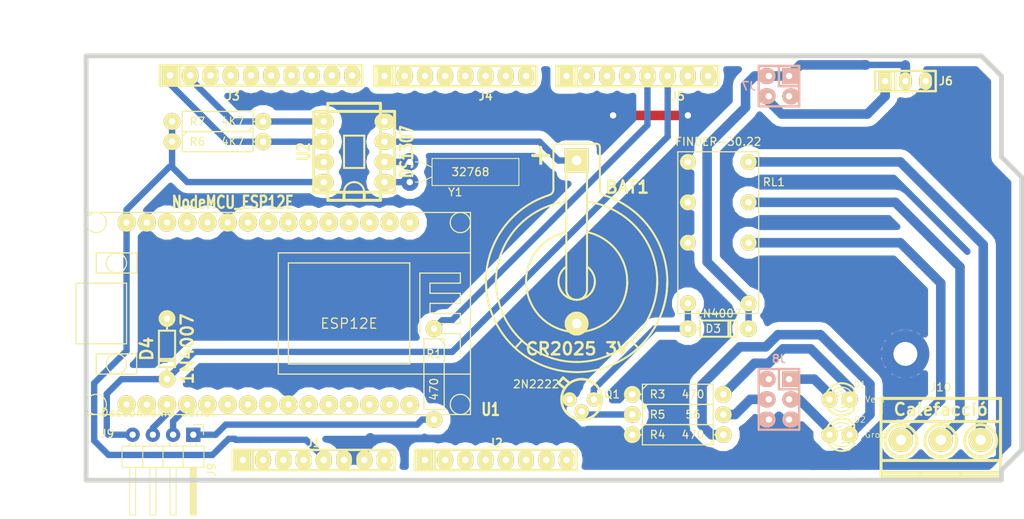
<source format=kicad_pcb>
(kicad_pcb (version 4) (host pcbnew 4.0.7)

  (general
    (links 50)
    (no_connects 0)
    (area 79.71643 65.372 207.945001 130.432001)
    (thickness 1.6)
    (drawings 23)
    (tracks 195)
    (zones 0)
    (modules 27)
    (nets 87)
  )

  (page A4)
  (title_block
    (title "Control de temperatura amb Arduino Mega")
    (date 2017-07-08)
    (company EV)
  )

  (layers
    (0 F.Cu signal)
    (31 B.Cu signal)
    (32 B.Adhes user)
    (33 F.Adhes user)
    (34 B.Paste user)
    (35 F.Paste user)
    (36 B.SilkS user)
    (37 F.SilkS user)
    (38 B.Mask user)
    (39 F.Mask user)
    (40 Dwgs.User user)
    (41 Cmts.User user)
    (42 Eco1.User user)
    (43 Eco2.User user)
    (44 Edge.Cuts user)
    (45 Margin user)
    (46 B.CrtYd user)
    (47 F.CrtYd user)
    (48 B.Fab user)
    (49 F.Fab user)
  )

  (setup
    (last_trace_width 0.25)
    (user_trace_width 1.2)
    (trace_clearance 0.2)
    (zone_clearance 1)
    (zone_45_only no)
    (trace_min 0.2)
    (segment_width 0.15)
    (edge_width 0.3)
    (via_size 0.6)
    (via_drill 0.4)
    (via_min_size 0.4)
    (via_min_drill 0.3)
    (uvia_size 0.3)
    (uvia_drill 0.1)
    (uvias_allowed no)
    (uvia_min_size 0.2)
    (uvia_min_drill 0.1)
    (pcb_text_width 0.3)
    (pcb_text_size 1.5 1.5)
    (mod_edge_width 0.15)
    (mod_text_size 1 1)
    (mod_text_width 0.15)
    (pad_size 2 2.4)
    (pad_drill 0.8)
    (pad_to_mask_clearance 0.2)
    (aux_axis_origin 0 0)
    (visible_elements FFFFFF7F)
    (pcbplotparams
      (layerselection 0x00030_80000001)
      (usegerberextensions false)
      (excludeedgelayer true)
      (linewidth 0.100000)
      (plotframeref false)
      (viasonmask false)
      (mode 1)
      (useauxorigin false)
      (hpglpennumber 1)
      (hpglpenspeed 20)
      (hpglpendiameter 15)
      (hpglpenoverlay 2)
      (psnegative false)
      (psa4output false)
      (plotreference true)
      (plotvalue true)
      (plotinvisibletext false)
      (padsonsilk false)
      (subtractmaskfromsilk false)
      (outputformat 1)
      (mirror false)
      (drillshape 1)
      (scaleselection 1)
      (outputdirectory ""))
  )

  (net 0 "")
  (net 1 /LedCale)
  (net 2 "Net-(D1-Pad2)")
  (net 3 /LedMode)
  (net 4 "Net-(D2-Pad2)")
  (net 5 "Net-(D3-Pad1)")
  (net 6 VCC)
  (net 7 "Net-(J1-Pad1)")
  (net 8 "Net-(J1-Pad2)")
  (net 9 "Net-(J1-Pad3)")
  (net 10 "Net-(J1-Pad4)")
  (net 11 GND)
  (net 12 "Net-(J1-Pad8)")
  (net 13 "Net-(J2-Pad1)")
  (net 14 "Net-(J2-Pad2)")
  (net 15 "Net-(J2-Pad3)")
  (net 16 "Net-(J2-Pad4)")
  (net 17 "Net-(J2-Pad5)")
  (net 18 "Net-(J2-Pad6)")
  (net 19 "Net-(J2-Pad7)")
  (net 20 "Net-(J2-Pad8)")
  (net 21 "Net-(J3-Pad3)")
  (net 22 "Net-(J3-Pad4)")
  (net 23 "Net-(J3-Pad5)")
  (net 24 "Net-(J3-Pad6)")
  (net 25 "Net-(J3-Pad7)")
  (net 26 "Net-(J3-Pad8)")
  (net 27 "Net-(J3-Pad9)")
  (net 28 "Net-(J3-Pad10)")
  (net 29 "Net-(J4-Pad1)")
  (net 30 "Net-(J4-Pad2)")
  (net 31 "Net-(J4-Pad3)")
  (net 32 "Net-(J4-Pad4)")
  (net 33 "Net-(J4-Pad5)")
  (net 34 "Net-(J4-Pad6)")
  (net 35 "Net-(J4-Pad7)")
  (net 36 "Net-(J4-Pad8)")
  (net 37 "Net-(J5-Pad1)")
  (net 38 "Net-(J5-Pad2)")
  (net 39 "Net-(J5-Pad3)")
  (net 40 "Net-(J5-Pad4)")
  (net 41 Tx1)
  (net 42 Rx1)
  (net 43 /DHT22)
  (net 44 "Net-(J8-Pad2)")
  (net 45 /ReleCale)
  (net 46 "Net-(J10-Pad3)")
  (net 47 "Net-(J10-Pad1)")
  (net 48 "Net-(J10-Pad2)")
  (net 49 "Net-(U1-Pad30)")
  (net 50 "Net-(U1-Pad29)")
  (net 51 "Net-(U1-Pad1)")
  (net 52 "Net-(U1-Pad2)")
  (net 53 "Net-(U1-Pad3)")
  (net 54 "Net-(U1-Pad4)")
  (net 55 "Net-(U1-Pad5)")
  (net 56 "Net-(U1-Pad6)")
  (net 57 "Net-(U1-Pad7)")
  (net 58 "Net-(U1-Pad8)")
  (net 59 "Net-(U1-Pad9)")
  (net 60 "Net-(U1-Pad11)")
  (net 61 "Net-(U1-Pad12)")
  (net 62 "Net-(U1-Pad13)")
  (net 63 "Net-(U1-Pad16)")
  (net 64 "Net-(U1-Pad20)")
  (net 65 "Net-(U1-Pad21)")
  (net 66 "Net-(U1-Pad22)")
  (net 67 "Net-(U1-Pad23)")
  (net 68 "Net-(U1-Pad25)")
  (net 69 "Net-(U1-Pad26)")
  (net 70 "Net-(U1-Pad27)")
  (net 71 "Net-(U1-Pad28)")
  (net 72 "Net-(Q1-Pad2)")
  (net 73 "Net-(J7-Pad3)")
  (net 74 VDD)
  (net 75 /RxD0)
  (net 76 "Net-(BAT1-Pad1)")
  (net 77 SDA)
  (net 78 SCL)
  (net 79 "Net-(U2-Pad1)")
  (net 80 "Net-(U2-Pad2)")
  (net 81 "Net-(U2-Pad7)")
  (net 82 "Net-(J5-Pad7)")
  (net 83 "Net-(J5-Pad8)")
  (net 84 "Net-(J9-Pad2)")
  (net 85 "Net-(J9-Pad3)")
  (net 86 "Net-(U1-Pad17)")

  (net_class Default "Esta es la clase de red por defecto."
    (clearance 0.2)
    (trace_width 0.25)
    (via_dia 0.6)
    (via_drill 0.4)
    (uvia_dia 0.3)
    (uvia_drill 0.1)
  )

  (net_class 0,8 ""
    (clearance 0.35)
    (trace_width 0.8)
    (via_dia 1.5)
    (via_drill 0.8)
    (uvia_dia 0.3)
    (uvia_drill 0.1)
    (add_net /DHT22)
    (add_net /LedCale)
    (add_net /LedMode)
    (add_net /ReleCale)
    (add_net /RxD0)
    (add_net GND)
    (add_net "Net-(BAT1-Pad1)")
    (add_net "Net-(D1-Pad2)")
    (add_net "Net-(D2-Pad2)")
    (add_net "Net-(D3-Pad1)")
    (add_net "Net-(J1-Pad1)")
    (add_net "Net-(J1-Pad2)")
    (add_net "Net-(J1-Pad3)")
    (add_net "Net-(J1-Pad4)")
    (add_net "Net-(J1-Pad8)")
    (add_net "Net-(J10-Pad1)")
    (add_net "Net-(J10-Pad2)")
    (add_net "Net-(J10-Pad3)")
    (add_net "Net-(J2-Pad1)")
    (add_net "Net-(J2-Pad2)")
    (add_net "Net-(J2-Pad3)")
    (add_net "Net-(J2-Pad4)")
    (add_net "Net-(J2-Pad5)")
    (add_net "Net-(J2-Pad6)")
    (add_net "Net-(J2-Pad7)")
    (add_net "Net-(J2-Pad8)")
    (add_net "Net-(J3-Pad10)")
    (add_net "Net-(J3-Pad3)")
    (add_net "Net-(J3-Pad4)")
    (add_net "Net-(J3-Pad5)")
    (add_net "Net-(J3-Pad6)")
    (add_net "Net-(J3-Pad7)")
    (add_net "Net-(J3-Pad8)")
    (add_net "Net-(J3-Pad9)")
    (add_net "Net-(J4-Pad1)")
    (add_net "Net-(J4-Pad2)")
    (add_net "Net-(J4-Pad3)")
    (add_net "Net-(J4-Pad4)")
    (add_net "Net-(J4-Pad5)")
    (add_net "Net-(J4-Pad6)")
    (add_net "Net-(J4-Pad7)")
    (add_net "Net-(J4-Pad8)")
    (add_net "Net-(J5-Pad1)")
    (add_net "Net-(J5-Pad2)")
    (add_net "Net-(J5-Pad3)")
    (add_net "Net-(J5-Pad4)")
    (add_net "Net-(J5-Pad7)")
    (add_net "Net-(J5-Pad8)")
    (add_net "Net-(J7-Pad3)")
    (add_net "Net-(J8-Pad2)")
    (add_net "Net-(J9-Pad2)")
    (add_net "Net-(J9-Pad3)")
    (add_net "Net-(Q1-Pad2)")
    (add_net "Net-(U1-Pad1)")
    (add_net "Net-(U1-Pad11)")
    (add_net "Net-(U1-Pad12)")
    (add_net "Net-(U1-Pad13)")
    (add_net "Net-(U1-Pad16)")
    (add_net "Net-(U1-Pad17)")
    (add_net "Net-(U1-Pad2)")
    (add_net "Net-(U1-Pad20)")
    (add_net "Net-(U1-Pad21)")
    (add_net "Net-(U1-Pad22)")
    (add_net "Net-(U1-Pad23)")
    (add_net "Net-(U1-Pad25)")
    (add_net "Net-(U1-Pad26)")
    (add_net "Net-(U1-Pad27)")
    (add_net "Net-(U1-Pad28)")
    (add_net "Net-(U1-Pad29)")
    (add_net "Net-(U1-Pad3)")
    (add_net "Net-(U1-Pad30)")
    (add_net "Net-(U1-Pad4)")
    (add_net "Net-(U1-Pad5)")
    (add_net "Net-(U1-Pad6)")
    (add_net "Net-(U1-Pad7)")
    (add_net "Net-(U1-Pad8)")
    (add_net "Net-(U1-Pad9)")
    (add_net "Net-(U2-Pad1)")
    (add_net "Net-(U2-Pad2)")
    (add_net "Net-(U2-Pad7)")
    (add_net Rx1)
    (add_net SCL)
    (add_net SDA)
    (add_net Tx1)
    (add_net VCC)
    (add_net VDD)
  )

  (module w_pin_strip:pin_socket_8 locked (layer F.Cu) (tedit 59DDDC26) (tstamp 596453F9)
    (at 141.605 122.682)
    (descr "Pin socket 8pin")
    (tags "CONN DEV")
    (path /59614461)
    (fp_text reference J2 (at 0 -2.159) (layer F.SilkS)
      (effects (font (size 1.016 1.016) (thickness 0.2032)))
    )
    (fp_text value "Analog input" (at 0.254 -3.556) (layer F.SilkS) hide
      (effects (font (size 1.016 0.889) (thickness 0.2032)))
    )
    (fp_line (start -7.62 -1.27) (end -7.62 1.27) (layer F.SilkS) (width 0.3048))
    (fp_line (start -10.16 -1.27) (end 10.16 -1.27) (layer F.SilkS) (width 0.3048))
    (fp_line (start 10.16 -1.27) (end 10.16 1.27) (layer F.SilkS) (width 0.3048))
    (fp_line (start 10.16 1.27) (end -10.16 1.27) (layer F.SilkS) (width 0.3048))
    (fp_line (start -10.16 1.27) (end -10.16 -1.27) (layer F.SilkS) (width 0.3048))
    (pad 1 thru_hole rect (at -8.89 0) (size 2 2.4) (drill 0.8) (layers *.Cu *.Mask F.SilkS)
      (net 13 "Net-(J2-Pad1)"))
    (pad 2 thru_hole oval (at -6.35 0) (size 2 2.4) (drill 0.8) (layers *.Cu *.Mask F.SilkS)
      (net 14 "Net-(J2-Pad2)"))
    (pad 3 thru_hole oval (at -3.81 0) (size 2 2.4) (drill 0.8) (layers *.Cu *.Mask F.SilkS)
      (net 15 "Net-(J2-Pad3)"))
    (pad 4 thru_hole oval (at -1.27 0) (size 2 2.4) (drill 0.8) (layers *.Cu *.Mask F.SilkS)
      (net 16 "Net-(J2-Pad4)"))
    (pad 5 thru_hole oval (at 1.27 0) (size 2 2.4) (drill 0.8) (layers *.Cu *.Mask F.SilkS)
      (net 17 "Net-(J2-Pad5)"))
    (pad 6 thru_hole oval (at 3.81 0) (size 2 2.4) (drill 0.8) (layers *.Cu *.Mask F.SilkS)
      (net 18 "Net-(J2-Pad6)"))
    (pad 7 thru_hole oval (at 6.35 0) (size 2 2.4) (drill 0.8) (layers *.Cu *.Mask F.SilkS)
      (net 19 "Net-(J2-Pad7)"))
    (pad 8 thru_hole oval (at 8.89 0) (size 2 2.4) (drill 0.8) (layers *.Cu *.Mask F.SilkS)
      (net 20 "Net-(J2-Pad8)"))
    (model pin_strip/pin_socket_8.wrl
      (at (xyz 0 0 0))
      (scale (xyz 1 1 1))
      (rotate (xyz 0 0 0))
    )
  )

  (module w_pin_strip:pin_socket_8 locked (layer F.Cu) (tedit 59DDDBBA) (tstamp 596453E8)
    (at 118.745 122.682)
    (descr "Pin socket 8pin")
    (tags "CONN DEV")
    (path /596144D0)
    (fp_text reference J1 (at 0 -2.159) (layer F.SilkS)
      (effects (font (size 1.016 1.016) (thickness 0.2032)))
    )
    (fp_text value Power (at 0.254 -3.556) (layer F.SilkS) hide
      (effects (font (size 1.016 0.889) (thickness 0.2032)))
    )
    (fp_line (start -7.62 -1.27) (end -7.62 1.27) (layer F.SilkS) (width 0.3048))
    (fp_line (start -10.16 -1.27) (end 10.16 -1.27) (layer F.SilkS) (width 0.3048))
    (fp_line (start 10.16 -1.27) (end 10.16 1.27) (layer F.SilkS) (width 0.3048))
    (fp_line (start 10.16 1.27) (end -10.16 1.27) (layer F.SilkS) (width 0.3048))
    (fp_line (start -10.16 1.27) (end -10.16 -1.27) (layer F.SilkS) (width 0.3048))
    (pad 1 thru_hole rect (at -8.89 0) (size 2 2.4) (drill 0.8) (layers *.Cu *.Mask F.SilkS)
      (net 7 "Net-(J1-Pad1)"))
    (pad 2 thru_hole oval (at -6.35 0) (size 2 2.4) (drill 0.8) (layers *.Cu *.Mask F.SilkS)
      (net 8 "Net-(J1-Pad2)"))
    (pad 3 thru_hole oval (at -3.81 0) (size 2 2.4) (drill 0.8) (layers *.Cu *.Mask F.SilkS)
      (net 9 "Net-(J1-Pad3)"))
    (pad 4 thru_hole oval (at -1.27 0) (size 2 2.4) (drill 0.8) (layers *.Cu *.Mask F.SilkS)
      (net 10 "Net-(J1-Pad4)"))
    (pad 5 thru_hole oval (at 1.27 0) (size 2 2.4) (drill 0.8) (layers *.Cu *.Mask F.SilkS)
      (net 74 VDD))
    (pad 6 thru_hole oval (at 3.81 0) (size 2 2.4) (drill 0.8) (layers *.Cu *.Mask F.SilkS)
      (net 11 GND))
    (pad 7 thru_hole oval (at 6.35 0) (size 2 2.4) (drill 0.8) (layers *.Cu *.Mask F.SilkS)
      (net 11 GND))
    (pad 8 thru_hole oval (at 8.89 0) (size 2 2.4) (drill 0.8) (layers *.Cu *.Mask F.SilkS)
      (net 12 "Net-(J1-Pad8)"))
    (model pin_strip/pin_socket_8.wrl
      (at (xyz 0 0 0))
      (scale (xyz 1 1 1))
      (rotate (xyz 0 0 0))
    )
  )

  (module w_pin_strip:pin_socket_8 locked (layer F.Cu) (tedit 59DDDBDC) (tstamp 5964542E)
    (at 159.385 74.422)
    (descr "Pin socket 8pin")
    (tags "CONN DEV")
    (path /59626CAE)
    (fp_text reference J5 (at 5.08 2.54) (layer F.SilkS)
      (effects (font (size 1.016 1.016) (thickness 0.2032)))
    )
    (fp_text value Comunicació (at 0.254 -3.556) (layer F.SilkS) hide
      (effects (font (size 1.016 0.889) (thickness 0.2032)))
    )
    (fp_line (start -7.62 -1.27) (end -7.62 1.27) (layer F.SilkS) (width 0.3048))
    (fp_line (start -10.16 -1.27) (end 10.16 -1.27) (layer F.SilkS) (width 0.3048))
    (fp_line (start 10.16 -1.27) (end 10.16 1.27) (layer F.SilkS) (width 0.3048))
    (fp_line (start 10.16 1.27) (end -10.16 1.27) (layer F.SilkS) (width 0.3048))
    (fp_line (start -10.16 1.27) (end -10.16 -1.27) (layer F.SilkS) (width 0.3048))
    (pad 1 thru_hole rect (at -8.89 0) (size 2 2.4) (drill 0.8) (layers *.Cu *.Mask F.SilkS)
      (net 37 "Net-(J5-Pad1)"))
    (pad 2 thru_hole oval (at -6.35 0) (size 2 2.4) (drill 0.8) (layers *.Cu *.Mask F.SilkS)
      (net 38 "Net-(J5-Pad2)"))
    (pad 3 thru_hole oval (at -3.81 0) (size 2 2.4) (drill 0.8) (layers *.Cu *.Mask F.SilkS)
      (net 39 "Net-(J5-Pad3)"))
    (pad 4 thru_hole oval (at -1.27 0) (size 2 2.4) (drill 0.8) (layers *.Cu *.Mask F.SilkS)
      (net 40 "Net-(J5-Pad4)"))
    (pad 5 thru_hole oval (at 1.27 0) (size 2 2.4) (drill 0.8) (layers *.Cu *.Mask F.SilkS)
      (net 41 Tx1))
    (pad 6 thru_hole oval (at 3.81 0) (size 2 2.4) (drill 0.8) (layers *.Cu *.Mask F.SilkS)
      (net 42 Rx1))
    (pad 7 thru_hole oval (at 6.35 0) (size 2 2.4) (drill 0.8) (layers *.Cu *.Mask F.SilkS)
      (net 82 "Net-(J5-Pad7)"))
    (pad 8 thru_hole oval (at 8.89 0) (size 2 2.4) (drill 0.8) (layers *.Cu *.Mask F.SilkS)
      (net 83 "Net-(J5-Pad8)") (clearance 0.15))
    (model pin_strip/pin_socket_8.wrl
      (at (xyz 0 0 0))
      (scale (xyz 1 1 1))
      (rotate (xyz 0 0 0))
    )
  )

  (module w_pin_strip:pin_socket_8 locked (layer F.Cu) (tedit 59DDDB4C) (tstamp 5964541D)
    (at 136.525 74.422)
    (descr "Pin socket 8pin")
    (tags "CONN DEV")
    (path /596145C9)
    (fp_text reference J4 (at 3.81 2.54) (layer F.SilkS)
      (effects (font (size 1.016 1.016) (thickness 0.2032)))
    )
    (fp_text value "Digital/PWM 1" (at 0.254 -3.556) (layer F.SilkS) hide
      (effects (font (size 1.016 0.889) (thickness 0.2032)))
    )
    (fp_line (start -7.62 -1.27) (end -7.62 1.27) (layer F.SilkS) (width 0.3048))
    (fp_line (start -10.16 -1.27) (end 10.16 -1.27) (layer F.SilkS) (width 0.3048))
    (fp_line (start 10.16 -1.27) (end 10.16 1.27) (layer F.SilkS) (width 0.3048))
    (fp_line (start 10.16 1.27) (end -10.16 1.27) (layer F.SilkS) (width 0.3048))
    (fp_line (start -10.16 1.27) (end -10.16 -1.27) (layer F.SilkS) (width 0.3048))
    (pad 1 thru_hole rect (at -8.89 0) (size 2 2.4) (drill 0.8) (layers *.Cu *.Mask F.SilkS)
      (net 29 "Net-(J4-Pad1)"))
    (pad 2 thru_hole oval (at -6.35 0) (size 2 2.4) (drill 0.8) (layers *.Cu *.Mask F.SilkS)
      (net 30 "Net-(J4-Pad2)"))
    (pad 3 thru_hole oval (at -3.81 0) (size 2 2.4) (drill 0.8) (layers *.Cu *.Mask F.SilkS)
      (net 31 "Net-(J4-Pad3)"))
    (pad 4 thru_hole oval (at -1.27 0) (size 2 2.4) (drill 0.8) (layers *.Cu *.Mask F.SilkS)
      (net 32 "Net-(J4-Pad4)"))
    (pad 5 thru_hole oval (at 1.27 0) (size 2 2.4) (drill 0.8) (layers *.Cu *.Mask F.SilkS)
      (net 33 "Net-(J4-Pad5)"))
    (pad 6 thru_hole oval (at 3.81 0) (size 2 2.4) (drill 0.8) (layers *.Cu *.Mask F.SilkS)
      (net 34 "Net-(J4-Pad6)"))
    (pad 7 thru_hole oval (at 6.35 0) (size 2 2.4) (drill 0.8) (layers *.Cu *.Mask F.SilkS)
      (net 35 "Net-(J4-Pad7)"))
    (pad 8 thru_hole oval (at 8.89 0) (size 2 2.4) (drill 0.8) (layers *.Cu *.Mask F.SilkS)
      (net 36 "Net-(J4-Pad8)"))
    (model pin_strip/pin_socket_8.wrl
      (at (xyz 0 0 0))
      (scale (xyz 1 1 1))
      (rotate (xyz 0 0 0))
    )
  )

  (module w_pin_strip:pin_socket_10 locked (layer F.Cu) (tedit 59DDDADD) (tstamp 5964540C)
    (at 112.141 74.3585)
    (descr "Pin socket 10pin")
    (tags "CONN DEV")
    (path /59614694)
    (fp_text reference J3 (at -3.556 2.6035) (layer F.SilkS)
      (effects (font (size 1.016 1.016) (thickness 0.2032)))
    )
    (fp_text value "Digital/PWM 2" (at 0.254 -3.556) (layer F.SilkS) hide
      (effects (font (size 1.016 0.889) (thickness 0.2032)))
    )
    (fp_line (start -10.16 -1.27) (end -10.16 1.27) (layer F.SilkS) (width 0.3048))
    (fp_line (start -12.7 -1.27) (end 12.7 -1.27) (layer F.SilkS) (width 0.3048))
    (fp_line (start 12.7 -1.27) (end 12.7 1.27) (layer F.SilkS) (width 0.3048))
    (fp_line (start 12.7 1.27) (end -12.7 1.27) (layer F.SilkS) (width 0.3048))
    (fp_line (start -12.7 1.27) (end -12.7 -1.27) (layer F.SilkS) (width 0.3048))
    (pad 1 thru_hole rect (at -11.43 0) (size 2 2.4) (drill 0.8) (layers *.Cu *.Mask F.SilkS)
      (net 78 SCL))
    (pad 2 thru_hole oval (at -8.89 0) (size 2 2.4) (drill 0.8) (layers *.Cu *.Mask F.SilkS)
      (net 77 SDA) (clearance 0.15))
    (pad 3 thru_hole oval (at -6.35 0) (size 2 2.4) (drill 0.8) (layers *.Cu *.Mask F.SilkS)
      (net 21 "Net-(J3-Pad3)"))
    (pad 4 thru_hole oval (at -3.81 0) (size 2 2.4) (drill 0.8) (layers *.Cu *.Mask F.SilkS)
      (net 22 "Net-(J3-Pad4)"))
    (pad 5 thru_hole oval (at -1.27 0) (size 2 2.4) (drill 0.8) (layers *.Cu *.Mask F.SilkS)
      (net 23 "Net-(J3-Pad5)"))
    (pad 6 thru_hole oval (at 1.27 0) (size 2 2.4) (drill 0.8) (layers *.Cu *.Mask F.SilkS)
      (net 24 "Net-(J3-Pad6)"))
    (pad 7 thru_hole oval (at 3.81 0) (size 2 2.4) (drill 0.8) (layers *.Cu *.Mask F.SilkS)
      (net 25 "Net-(J3-Pad7)"))
    (pad 8 thru_hole oval (at 6.35 0) (size 2 2.4) (drill 0.8) (layers *.Cu *.Mask F.SilkS)
      (net 26 "Net-(J3-Pad8)"))
    (pad 9 thru_hole oval (at 8.89 0) (size 2 2.4) (drill 0.8) (layers *.Cu *.Mask F.SilkS)
      (net 27 "Net-(J3-Pad9)") (clearance 0.15))
    (pad 10 thru_hole oval (at 11.43 0) (size 2 2.4) (drill 0.8) (layers *.Cu *.Mask F.SilkS)
      (net 28 "Net-(J3-Pad10)") (clearance 0.15))
    (model pin_strip/pin_socket_10.wrl
      (at (xyz 0 0 0))
      (scale (xyz 1 1 1))
      (rotate (xyz 0 0 0))
    )
  )

  (module w_to:to18_1 (layer F.Cu) (tedit 59DDD319) (tstamp 59645476)
    (at 152.4 115.062 180)
    (descr "TO18 package")
    (path /5961F2FA)
    (fp_text reference Q1 (at -3.81 0.635 180) (layer F.SilkS)
      (effects (font (size 1 1) (thickness 0.15)))
    )
    (fp_text value 2N2222 (at 5.715 1.905 180) (layer F.SilkS)
      (effects (font (size 1 1) (thickness 0.15)))
    )
    (fp_line (start 2.159 1.397) (end 2.921 2.032) (layer F.SilkS) (width 0.3225))
    (fp_line (start 2.921 2.032) (end 2.3495 2.7305) (layer F.SilkS) (width 0.3225))
    (fp_line (start 2.3495 2.7305) (end 1.5875 2.0955) (layer F.SilkS) (width 0.3225))
    (fp_circle (center 0 0) (end -2.54 0) (layer F.SilkS) (width 0.32258))
    (pad 1 thru_hole circle (at 1.524 0 180) (size 1.8 1.8) (drill 0.8) (layers *.Cu *.Mask F.SilkS)
      (net 11 GND) (clearance 0.127))
    (pad 2 thru_hole circle (at 0 -1.524 180) (size 1.8 1.8) (drill 0.8) (layers *.Cu *.Mask F.SilkS)
      (net 72 "Net-(Q1-Pad2)") (clearance 0.127))
    (pad 3 thru_hole circle (at -1.524 0 180) (size 1.8 1.8) (drill 0.8) (layers *.Cu *.Mask F.SilkS)
      (net 5 "Net-(D3-Pad1)") (clearance 0.127))
    (model to/to18.wrl
      (at (xyz 0 0 0))
      (scale (xyz 1 1 1))
      (rotate (xyz 0 0 0))
    )
  )

  (module w_battery_holders:keystone_103 (layer F.Cu) (tedit 596F4AB9) (tstamp 596FFDD2)
    (at 151.765 100.2538 90)
    (descr "Keystone type 103 battery holder")
    (path /596E17D1)
    (fp_text reference BAT1 (at 11.8618 6.35 180) (layer F.SilkS)
      (effects (font (thickness 0.3048)))
    )
    (fp_text value "CR2025 3V" (at -8.4582 0 180) (layer F.SilkS)
      (effects (font (thickness 0.3048)))
    )
    (fp_line (start -8.3566 7.7216) (end -7.4422 6.8834) (layer F.SilkS) (width 0.254))
    (fp_line (start -8.3566 -7.7216) (end -7.4168 -6.858) (layer F.SilkS) (width 0.254))
    (fp_arc (start 0 0) (end -1.3716 -1.8288) (angle 90) (layer F.SilkS) (width 0.254))
    (fp_arc (start 0 0) (end 1.8288 1.3716) (angle 90) (layer F.SilkS) (width 0.254))
    (fp_arc (start 0 0) (end 0 2.286) (angle 90) (layer F.SilkS) (width 0.254))
    (fp_arc (start 0 0) (end -2.286 0) (angle 90) (layer F.SilkS) (width 0.254))
    (fp_arc (start 0 0) (end 6.1976 1.3716) (angle 90) (layer F.SilkS) (width 0.254))
    (fp_arc (start 0 0) (end -1.397 -6.1976) (angle 90) (layer F.SilkS) (width 0.254))
    (fp_arc (start 0 0) (end 0 6.35) (angle 90) (layer F.SilkS) (width 0.254))
    (fp_arc (start 0 0) (end -6.35 0.0254) (angle 90) (layer F.SilkS) (width 0.254))
    (fp_arc (start 0 0) (end -1.3462 -10.033) (angle 90) (layer F.SilkS) (width 0.254))
    (fp_arc (start 0 0) (end 10.033 1.3462) (angle 90) (layer F.SilkS) (width 0.254))
    (fp_arc (start 0 0) (end 0 10.1092) (angle 90) (layer F.SilkS) (width 0.254))
    (fp_arc (start 0 0) (end -10.1092 0) (angle 90) (layer F.SilkS) (width 0.254))
    (fp_line (start 11.684 -2.921) (end 16.891 -2.921) (layer F.SilkS) (width 0.254))
    (fp_arc (start 0 0) (end -3.5814 -10.8204) (angle 90) (layer F.SilkS) (width 0.254))
    (fp_line (start 16.891 2.921) (end 11.684 2.921) (layer F.SilkS) (width 0.254))
    (fp_arc (start 0 0) (end 10.795 3.6068) (angle 90) (layer F.SilkS) (width 0.254))
    (fp_line (start 17.3228 -2.54) (end 17.3228 2.4892) (layer F.SilkS) (width 0.254))
    (fp_arc (start 0 0) (end 0 11.3792) (angle 90) (layer F.SilkS) (width 0.254))
    (fp_arc (start 0 0) (end -11.3792 0) (angle 90) (layer F.SilkS) (width 0.254))
    (fp_line (start 15.19936 1.30048) (end -1.00076 1.30048) (layer F.SilkS) (width 0.254))
    (fp_line (start -1.00076 -1.30048) (end 15.19936 -1.30048) (layer F.SilkS) (width 0.254))
    (fp_arc (start 11.6078 -3.683) (end 11.7348 -2.921) (angle 90) (layer F.SilkS) (width 0.254))
    (fp_arc (start 11.557 3.683) (end 10.795 3.556) (angle 90) (layer F.SilkS) (width 0.254))
    (fp_line (start 14.83868 -4.5085) (end 16.8402 -4.5085) (layer F.SilkS) (width 0.39878))
    (fp_line (start 15.84198 -3.5052) (end 15.84198 -5.50926) (layer F.SilkS) (width 0.39878))
    (fp_arc (start -1.00076 0) (end -1.00076 1.30048) (angle 90) (layer F.SilkS) (width 0.254))
    (fp_arc (start -1.00076 0) (end -2.30124 0) (angle 90) (layer F.SilkS) (width 0.254))
    (fp_line (start 15.20698 -1.30048) (end 15.20698 1.30048) (layer F.SilkS) (width 0.254))
    (fp_arc (start 16.91386 2.50698) (end 17.31518 2.50698) (angle 90) (layer F.SilkS) (width 0.254))
    (fp_arc (start 16.91386 -2.50698) (end 16.91386 -2.9083) (angle 90) (layer F.SilkS) (width 0.254))
    (pad 2 thru_hole circle (at -5.2832 0 90) (size 3 3) (drill 1.2) (layers *.Cu *.Mask F.SilkS)
      (net 11 GND))
    (pad 1 thru_hole rect (at 15.2146 0 90) (size 3 3) (drill 1.2) (layers *.Cu *.Mask F.SilkS)
      (net 76 "Net-(BAT1-Pad1)"))
    (model battery_holders/keystone_103.wrl
      (at (xyz 0 0 0))
      (scale (xyz 1 1 1))
      (rotate (xyz 0 0 0))
    )
  )

  (module Crystals:Crystal_AT310_d3.0mm_l10.0mm_Horizontal (layer F.Cu) (tedit 596F1FB3) (tstamp 596FFE23)
    (at 130.81 87.757 90)
    (descr "Crystal THT AT310 10.0mm-10.5mm length 3.0mm diameter")
    (tags ['AT310'])
    (path /596E1758)
    (fp_text reference Y1 (at -1.27 5.715 180) (layer F.SilkS)
      (effects (font (size 1 1) (thickness 0.15)))
    )
    (fp_text value 32768 (at 1.27 7.62 180) (layer F.SilkS)
      (effects (font (size 1 1) (thickness 0.15)))
    )
    (fp_text user %R (at 1.25 8.75 180) (layer F.Fab)
      (effects (font (size 0.8 0.8) (thickness 0.12)))
    )
    (fp_line (start -0.23 3) (end -0.23 13.5) (layer F.Fab) (width 0.1))
    (fp_line (start -0.23 13.5) (end 2.77 13.5) (layer F.Fab) (width 0.1))
    (fp_line (start 2.77 13.5) (end 2.77 3) (layer F.Fab) (width 0.1))
    (fp_line (start 2.77 3) (end -0.23 3) (layer F.Fab) (width 0.1))
    (fp_line (start 0.67 3) (end 0 1.5) (layer F.Fab) (width 0.1))
    (fp_line (start 0 1.5) (end 0 0) (layer F.Fab) (width 0.1))
    (fp_line (start 1.87 3) (end 2.54 1.5) (layer F.Fab) (width 0.1))
    (fp_line (start 2.54 1.5) (end 2.54 0) (layer F.Fab) (width 0.1))
    (fp_line (start -0.43 2.8) (end -0.43 13.7) (layer F.SilkS) (width 0.12))
    (fp_line (start -0.43 13.7) (end 2.97 13.7) (layer F.SilkS) (width 0.12))
    (fp_line (start 2.97 13.7) (end 2.97 2.8) (layer F.SilkS) (width 0.12))
    (fp_line (start 2.97 2.8) (end -0.43 2.8) (layer F.SilkS) (width 0.12))
    (fp_line (start 0.67 2.8) (end 0 1.4) (layer F.SilkS) (width 0.12))
    (fp_line (start 0 1.4) (end 0 0.7) (layer F.SilkS) (width 0.12))
    (fp_line (start 1.87 2.8) (end 2.54 1.4) (layer F.SilkS) (width 0.12))
    (fp_line (start 2.54 1.4) (end 2.54 0.7) (layer F.SilkS) (width 0.12))
    (fp_line (start -1 -0.8) (end -1 14.3) (layer F.CrtYd) (width 0.05))
    (fp_line (start -1 14.3) (end 3.6 14.3) (layer F.CrtYd) (width 0.05))
    (fp_line (start 3.6 14.3) (end 3.6 -0.8) (layer F.CrtYd) (width 0.05))
    (fp_line (start 3.6 -0.8) (end -1 -0.8) (layer F.CrtYd) (width 0.05))
    (pad 1 thru_hole circle (at 0 0 90) (size 2.2 2.2) (drill 0.8) (layers *.Cu *.Mask)
      (net 79 "Net-(U2-Pad1)") (clearance 0.15))
    (pad 2 thru_hole circle (at 2.54 0 90) (size 2.2 2.2) (drill 0.8) (layers *.Cu *.Mask)
      (net 80 "Net-(U2-Pad2)") (clearance 0.15))
    (model ${KISYS3DMOD}/Crystals.3dshapes/Crystal_AT310_d3.0mm_l10.0mm_Horizontal.wrl
      (at (xyz 0.05 0 0))
      (scale (xyz 1 1 1))
      (rotate (xyz 0 0 0))
    )
  )

  (module w_pin_strip:pin_socket_3 (layer F.Cu) (tedit 5963657E) (tstamp 5964543A)
    (at 193.04 75.057)
    (descr "Pin socket 3pin")
    (tags "CONN DEV")
    (path /5961FF2C)
    (fp_text reference J6 (at 5.08 0) (layer F.SilkS)
      (effects (font (size 1.016 1.016) (thickness 0.2032)))
    )
    (fp_text value "Sensor DHT22" (at 0.254 -3.556) (layer F.SilkS) hide
      (effects (font (size 1.016 0.889) (thickness 0.2032)))
    )
    (fp_line (start -1.27 1.27) (end -1.27 -1.27) (layer F.SilkS) (width 0.3048))
    (fp_line (start -3.81 -1.27) (end 3.81 -1.27) (layer F.SilkS) (width 0.3048))
    (fp_line (start 3.81 -1.27) (end 3.81 1.27) (layer F.SilkS) (width 0.3048))
    (fp_line (start 3.81 1.27) (end -3.81 1.27) (layer F.SilkS) (width 0.3048))
    (fp_line (start -3.81 1.27) (end -3.81 -1.27) (layer F.SilkS) (width 0.3048))
    (pad 1 thru_hole rect (at -2.54 0) (size 1.6 2.2) (drill 0.8) (layers *.Cu *.Mask F.SilkS)
      (net 43 /DHT22) (clearance 0.2))
    (pad 2 thru_hole oval (at 0 0) (size 1.6 2.2) (drill 0.8) (layers *.Cu *.Mask F.SilkS)
      (net 6 VCC) (clearance 0.2))
    (pad 3 thru_hole oval (at 2.54 0) (size 1.6 2.2) (drill 0.8) (layers *.Cu *.Mask F.SilkS)
      (net 11 GND) (clearance 0.2))
    (model pin_strip/pin_socket_3.wrl
      (at (xyz 0 0 0))
      (scale (xyz 1 1 1))
      (rotate (xyz 0 0 0))
    )
  )

  (module w_pin_strip:pin_strip_2x2 locked (layer B.Cu) (tedit 59DDD65B) (tstamp 59645448)
    (at 177.165 75.692 270)
    (descr "Pin strip 2x2pin")
    (tags "CONN DEV")
    (path /596351C9)
    (fp_text reference J7 (at 0 3.81 360) (layer B.SilkS)
      (effects (font (size 1.016 1.016) (thickness 0.2032)) (justify mirror))
    )
    (fp_text value Digital_1 (at 0 5.08 270) (layer B.SilkS) hide
      (effects (font (size 1.016 0.889) (thickness 0.2032)) (justify mirror))
    )
    (fp_line (start -2.54 2.54) (end 2.54 2.54) (layer B.SilkS) (width 0.3048))
    (fp_line (start 2.54 2.54) (end 2.54 -2.54) (layer B.SilkS) (width 0.3048))
    (fp_line (start 2.54 -2.54) (end -2.54 -2.54) (layer B.SilkS) (width 0.3048))
    (fp_line (start -2.54 0) (end 0 0) (layer B.SilkS) (width 0.3048))
    (fp_line (start 0 0) (end 0 -2.54) (layer B.SilkS) (width 0.3048))
    (fp_line (start -2.54 2.54) (end -2.54 -2.54) (layer B.SilkS) (width 0.3048))
    (pad 1 thru_hole rect (at -1.27 -1.27 270) (size 2 2.2) (drill 0.8 (offset 0 -0.24892)) (layers *.Cu *.Mask B.SilkS)
      (net 6 VCC))
    (pad 2 thru_hole oval (at -1.27 1.27 270) (size 2 2.2) (drill 0.8 (offset 0 0.24892)) (layers *.Cu *.Mask B.SilkS)
      (net 6 VCC))
    (pad 3 thru_hole oval (at 1.27 -1.27 270) (size 2 2.2) (drill 0.8 (offset 0 -0.24892)) (layers *.Cu *.Mask B.SilkS)
      (net 73 "Net-(J7-Pad3)"))
    (pad 4 thru_hole oval (at 1.27 1.27 270) (size 2 2.2) (drill 0.8 (offset 0 0.24892)) (layers *.Cu *.Mask B.SilkS)
      (net 43 /DHT22))
    (model pin_strip/pin_strip_2x2.wrl
      (at (xyz 0 0 0))
      (scale (xyz 1 1 1))
      (rotate (xyz 0 0 0))
    )
  )

  (module w_pin_strip:pin_strip_3x2 locked (layer B.Cu) (tedit 59DDD6D2) (tstamp 59645458)
    (at 177.165 115.062 270)
    (descr "Pin strip 3x2pin")
    (tags "CONN DEV")
    (path /59635222)
    (fp_text reference J8 (at -5.08 0 360) (layer B.SilkS)
      (effects (font (size 1.016 1.016) (thickness 0.2032)) (justify mirror))
    )
    (fp_text value Digital_2 (at 0 5.08 270) (layer B.SilkS) hide
      (effects (font (size 1.016 0.889) (thickness 0.2032)) (justify mirror))
    )
    (fp_line (start -3.81 2.54) (end 3.81 2.54) (layer B.SilkS) (width 0.3048))
    (fp_line (start 3.81 2.54) (end 3.81 -2.54) (layer B.SilkS) (width 0.3048))
    (fp_line (start 3.81 -2.54) (end -3.81 -2.54) (layer B.SilkS) (width 0.3048))
    (fp_line (start -3.81 0) (end -1.27 0) (layer B.SilkS) (width 0.3048))
    (fp_line (start -1.27 0) (end -1.27 -2.54) (layer B.SilkS) (width 0.3048))
    (fp_line (start -3.81 2.54) (end -3.81 -2.54) (layer B.SilkS) (width 0.3048))
    (pad 1 thru_hole rect (at -2.54 -1.27 270) (size 2 2.2) (drill 0.8 (offset 0 -0.24892)) (layers *.Cu *.Mask B.SilkS)
      (net 1 /LedCale))
    (pad 2 thru_hole oval (at -2.54 1.27 270) (size 2 2.2) (drill 0.8 (offset 0 0.24892)) (layers *.Cu *.Mask B.SilkS)
      (net 44 "Net-(J8-Pad2)"))
    (pad 3 thru_hole oval (at 0 -1.27 270) (size 2 2.2) (drill 0.8 (offset 0 -0.24892)) (layers *.Cu *.Mask B.SilkS)
      (net 3 /LedMode))
    (pad 4 thru_hole oval (at 0 1.27 270) (size 2 2.2) (drill 0.8 (offset 0 0.24892)) (layers *.Cu *.Mask B.SilkS)
      (net 45 /ReleCale))
    (pad 5 thru_hole oval (at 2.54 -1.27 270) (size 2 2.2) (drill 0.8 (offset 0 -0.24892)) (layers *.Cu *.Mask B.SilkS)
      (net 11 GND))
    (pad 6 thru_hole oval (at 2.54 1.27 270) (size 2 2.2) (drill 0.8 (offset 0 0.24892)) (layers *.Cu *.Mask B.SilkS)
      (net 11 GND))
    (model pin_strip/pin_strip_3x2.wrl
      (at (xyz 0 0 0))
      (scale (xyz 1 1 1))
      (rotate (xyz 0 0 0))
    )
  )

  (module w_conn_mkds:mkds_1,5-3 (layer F.Cu) (tedit 59636590) (tstamp 5964546B)
    (at 197.485 120.142)
    (descr "3-way 5mm pitch terminal block, Phoenix MKDS series")
    (path /5961F7C7)
    (fp_text reference J10 (at 0 -6.6) (layer F.SilkS)
      (effects (font (size 1 1) (thickness 0.15)))
    )
    (fp_text value Calefacció (at 0 -3.81) (layer F.SilkS)
      (effects (font (size 1.5 1.5) (thickness 0.3)))
    )
    (fp_circle (center 5 0.1) (end 3 0.1) (layer F.SilkS) (width 0.381))
    (fp_line (start 2.5 4.1) (end 2.5 4.6) (layer F.SilkS) (width 0.381))
    (fp_line (start -2.5 4.1) (end -2.5 4.6) (layer F.SilkS) (width 0.381))
    (fp_circle (center 0 0.1) (end -2 0.1) (layer F.SilkS) (width 0.381))
    (fp_circle (center -5 0.1) (end -3 0.1) (layer F.SilkS) (width 0.381))
    (fp_line (start -7.5 2.6) (end 7.5 2.6) (layer F.SilkS) (width 0.381))
    (fp_line (start -7.5 -2.3) (end 7.5 -2.3) (layer F.SilkS) (width 0.381))
    (fp_line (start -7.5 4.1) (end 7.5 4.1) (layer F.SilkS) (width 0.381))
    (fp_line (start -7.5 4.6) (end 7.5 4.6) (layer F.SilkS) (width 0.381))
    (fp_line (start 7.5 4.6) (end 7.5 -5.2) (layer F.SilkS) (width 0.381))
    (fp_line (start 7.5 -5.2) (end -7.5 -5.2) (layer F.SilkS) (width 0.381))
    (fp_line (start -7.5 -5.2) (end -7.5 4.6) (layer F.SilkS) (width 0.381))
    (pad 3 thru_hole circle (at 5 0) (size 3.048 3.048) (drill 1.27) (layers *.Cu *.Mask F.SilkS)
      (net 46 "Net-(J10-Pad3)"))
    (pad 1 thru_hole circle (at -5 0) (size 3.048 3.048) (drill 1.27) (layers *.Cu *.Mask F.SilkS)
      (net 47 "Net-(J10-Pad1)"))
    (pad 2 thru_hole circle (at 0 0) (size 3.048 3.048) (drill 1.27) (layers *.Cu *.Mask F.SilkS)
      (net 48 "Net-(J10-Pad2)"))
    (model conn_mkds/mkds_1,5-3.wrl
      (at (xyz 0 0 0))
      (scale (xyz 1 1 1))
      (rotate (xyz 0 0 0))
    )
  )

  (module w_pth_resistors:RC05 (layer F.Cu) (tedit 5963842F) (tstamp 59645483)
    (at 133.858 111.887 270)
    (path /59633689)
    (fp_text reference R1 (at -2.54 0 360) (layer F.SilkS)
      (effects (font (size 1 1) (thickness 0.15)))
    )
    (fp_text value 470 (at 1.905 0 270) (layer F.SilkS)
      (effects (font (size 1 1) (thickness 0.15)))
    )
    (fp_line (start -4.445 -1.27) (end -4.445 1.27) (layer F.SilkS) (width 0.15))
    (fp_line (start -4.445 1.27) (end 4.445 1.27) (layer F.SilkS) (width 0.15))
    (fp_line (start 4.445 1.27) (end 4.445 -1.27) (layer F.SilkS) (width 0.15))
    (fp_line (start 4.445 -1.27) (end -4.445 -1.27) (layer F.SilkS) (width 0.15))
    (fp_line (start -4.445 -0.635) (end -3.81 -1.27) (layer F.SilkS) (width 0.15))
    (fp_line (start -4.445 0) (end -5.715 0) (layer F.SilkS) (width 0.15))
    (fp_line (start 4.445 0) (end 5.715 0) (layer F.SilkS) (width 0.15))
    (pad 1 thru_hole circle (at -5.715 0 270) (size 2.1 2.1) (drill 0.8) (layers *.Cu *.Mask F.SilkS)
      (net 41 Tx1))
    (pad 2 thru_hole circle (at 5.715 0 270) (size 2.1 2.1) (drill 0.8) (layers *.Cu *.Mask F.SilkS)
      (net 75 /RxD0))
    (model pth_resistors/rc05.wrl
      (at (xyz 0 0 0))
      (scale (xyz 1.13 1 1))
      (rotate (xyz 0 0 0))
    )
  )

  (module w_pth_resistors:RC05 (layer F.Cu) (tedit 59638407) (tstamp 5964549D)
    (at 164.465 114.427)
    (path /5961E27B)
    (fp_text reference R3 (at -2.54 0 180) (layer F.SilkS)
      (effects (font (size 1 1) (thickness 0.15)))
    )
    (fp_text value 470 (at 1.905 0) (layer F.SilkS)
      (effects (font (size 1 1) (thickness 0.15)))
    )
    (fp_line (start -4.445 -1.27) (end -4.445 1.27) (layer F.SilkS) (width 0.15))
    (fp_line (start -4.445 1.27) (end 4.445 1.27) (layer F.SilkS) (width 0.15))
    (fp_line (start 4.445 1.27) (end 4.445 -1.27) (layer F.SilkS) (width 0.15))
    (fp_line (start 4.445 -1.27) (end -4.445 -1.27) (layer F.SilkS) (width 0.15))
    (fp_line (start -4.445 -0.635) (end -3.81 -1.27) (layer F.SilkS) (width 0.15))
    (fp_line (start -4.445 0) (end -5.715 0) (layer F.SilkS) (width 0.15))
    (fp_line (start 4.445 0) (end 5.715 0) (layer F.SilkS) (width 0.15))
    (pad 1 thru_hole circle (at -5.715 0) (size 2.1 2.1) (drill 0.8) (layers *.Cu *.Mask F.SilkS)
      (net 11 GND))
    (pad 2 thru_hole circle (at 5.715 0) (size 2.1 2.1) (drill 0.8) (layers *.Cu *.Mask F.SilkS)
      (net 2 "Net-(D1-Pad2)"))
    (model pth_resistors/rc05.wrl
      (at (xyz 0 0 0))
      (scale (xyz 1.13 1 1))
      (rotate (xyz 0 0 0))
    )
  )

  (module w_pth_resistors:RC05 (layer F.Cu) (tedit 59638404) (tstamp 596454AA)
    (at 164.465 119.507 180)
    (path /5961E2CA)
    (fp_text reference R4 (at 2.54 0 360) (layer F.SilkS)
      (effects (font (size 1 1) (thickness 0.15)))
    )
    (fp_text value 470 (at -1.905 0 360) (layer F.SilkS)
      (effects (font (size 1 1) (thickness 0.15)))
    )
    (fp_line (start -4.445 -1.27) (end -4.445 1.27) (layer F.SilkS) (width 0.15))
    (fp_line (start -4.445 1.27) (end 4.445 1.27) (layer F.SilkS) (width 0.15))
    (fp_line (start 4.445 1.27) (end 4.445 -1.27) (layer F.SilkS) (width 0.15))
    (fp_line (start 4.445 -1.27) (end -4.445 -1.27) (layer F.SilkS) (width 0.15))
    (fp_line (start -4.445 -0.635) (end -3.81 -1.27) (layer F.SilkS) (width 0.15))
    (fp_line (start -4.445 0) (end -5.715 0) (layer F.SilkS) (width 0.15))
    (fp_line (start 4.445 0) (end 5.715 0) (layer F.SilkS) (width 0.15))
    (pad 1 thru_hole circle (at -5.715 0 180) (size 2.1 2.1) (drill 0.8) (layers *.Cu *.Mask F.SilkS)
      (net 4 "Net-(D2-Pad2)"))
    (pad 2 thru_hole circle (at 5.715 0 180) (size 2.1 2.1) (drill 0.8) (layers *.Cu *.Mask F.SilkS)
      (net 11 GND))
    (model pth_resistors/rc05.wrl
      (at (xyz 0 0 0))
      (scale (xyz 1.13 1 1))
      (rotate (xyz 0 0 0))
    )
  )

  (module w_pth_resistors:RC05 (layer F.Cu) (tedit 596F1FD2) (tstamp 596454B7)
    (at 164.465 116.967)
    (path /5961F3F4)
    (fp_text reference R5 (at -2.54 0 180) (layer F.SilkS)
      (effects (font (size 1 1) (thickness 0.15)))
    )
    (fp_text value 56 (at 1.905 0 180) (layer F.SilkS)
      (effects (font (size 1 1) (thickness 0.15)))
    )
    (fp_line (start -4.445 -1.27) (end -4.445 1.27) (layer F.SilkS) (width 0.15))
    (fp_line (start -4.445 1.27) (end 4.445 1.27) (layer F.SilkS) (width 0.15))
    (fp_line (start 4.445 1.27) (end 4.445 -1.27) (layer F.SilkS) (width 0.15))
    (fp_line (start 4.445 -1.27) (end -4.445 -1.27) (layer F.SilkS) (width 0.15))
    (fp_line (start -4.445 -0.635) (end -3.81 -1.27) (layer F.SilkS) (width 0.15))
    (fp_line (start -4.445 0) (end -5.715 0) (layer F.SilkS) (width 0.15))
    (fp_line (start 4.445 0) (end 5.715 0) (layer F.SilkS) (width 0.15))
    (pad 1 thru_hole circle (at -5.715 0) (size 2.1 2.1) (drill 0.8) (layers *.Cu *.Mask F.SilkS)
      (net 72 "Net-(Q1-Pad2)"))
    (pad 2 thru_hole circle (at 5.715 0) (size 2.1 2.1) (drill 0.8) (layers *.Cu *.Mask F.SilkS)
      (net 45 /ReleCale))
    (model pth_resistors/rc05.wrl
      (at (xyz 0 0 0))
      (scale (xyz 1.13 1 1))
      (rotate (xyz 0 0 0))
    )
  )

  (module w_pth_circuits:NodeMCU_ESP12E (layer F.Cu) (tedit 596F1F9A) (tstamp 5964551B)
    (at 114.3 104.267 180)
    (tags NodeMCU)
    (path /596264A0)
    (fp_text reference U1 (at -26.67 -12.065 180) (layer F.SilkS)
      (effects (font (size 1.524 1.143) (thickness 0.28702)))
    )
    (fp_text value NodeMCU_ESP12E (at 5.715 13.97 180) (layer F.SilkS)
      (effects (font (size 1.524 1.143) (thickness 0.28575)))
    )
    (fp_circle (center -22.86 11.43) (end -22.86 12.7) (layer F.SilkS) (width 0.15))
    (fp_circle (center 22.86 11.43) (end 22.86 12.7) (layer F.SilkS) (width 0.15))
    (fp_circle (center 22.86 -11.43) (end 22.86 -10.16) (layer F.SilkS) (width 0.15))
    (fp_circle (center -22.86 -11.43) (end -21.59 -11.43) (layer F.SilkS) (width 0.15))
    (fp_line (start -22.86 -5.08) (end -22.86 -2.54) (layer F.SilkS) (width 0.15))
    (fp_line (start -22.86 -2.54) (end -19.05 -2.54) (layer F.SilkS) (width 0.15))
    (fp_line (start -19.05 -2.54) (end -19.05 -1.27) (layer F.SilkS) (width 0.15))
    (fp_line (start -19.05 -1.27) (end -22.86 -1.27) (layer F.SilkS) (width 0.15))
    (fp_line (start -22.86 -1.27) (end -22.86 0) (layer F.SilkS) (width 0.15))
    (fp_line (start -22.86 0) (end -19.05 0) (layer F.SilkS) (width 0.15))
    (fp_line (start -19.05 0) (end -19.05 1.27) (layer F.SilkS) (width 0.15))
    (fp_line (start -19.05 1.27) (end -22.86 1.27) (layer F.SilkS) (width 0.15))
    (fp_line (start -22.86 1.27) (end -22.86 2.54) (layer F.SilkS) (width 0.15))
    (fp_line (start -22.86 2.54) (end -19.05 2.54) (layer F.SilkS) (width 0.15))
    (fp_line (start -19.05 2.54) (end -19.05 3.81) (layer F.SilkS) (width 0.15))
    (fp_line (start -19.05 3.81) (end -22.86 3.81) (layer F.SilkS) (width 0.15))
    (fp_line (start -22.86 3.81) (end -22.86 5.08) (layer F.SilkS) (width 0.15))
    (fp_line (start -22.86 5.08) (end -17.78 5.08) (layer F.SilkS) (width 0.15))
    (fp_line (start -17.78 5.08) (end -17.78 -2.54) (layer F.SilkS) (width 0.15))
    (fp_text user ESP12E (at -8.89 -1.27 180) (layer F.SilkS)
      (effects (font (size 1.27 1.27) (thickness 0.15)))
    )
    (fp_line (start -1.27 6.35) (end -1.27 -6.35) (layer F.SilkS) (width 0.15))
    (fp_line (start -1.27 -6.35) (end -16.51 -6.35) (layer F.SilkS) (width 0.15))
    (fp_line (start -16.51 -6.35) (end -16.51 6.35) (layer F.SilkS) (width 0.15))
    (fp_line (start -16.51 6.35) (end -1.27 6.35) (layer F.SilkS) (width 0.15))
    (fp_line (start -24.13 7.62) (end 0 7.62) (layer F.SilkS) (width 0.15))
    (fp_line (start 0 7.62) (end 0 -7.62) (layer F.SilkS) (width 0.15))
    (fp_line (start 0 -7.62) (end -24.13 -7.62) (layer F.SilkS) (width 0.15))
    (fp_circle (center 20.32 6.35) (end 20.32 7.62) (layer F.SilkS) (width 0.15))
    (fp_circle (center 20.32 -6.35) (end 21.59 -6.35) (layer F.SilkS) (width 0.15))
    (fp_line (start 19.05 -5.08) (end 17.78 -5.08) (layer F.SilkS) (width 0.15))
    (fp_line (start 19.05 -7.62) (end 17.78 -7.62) (layer F.SilkS) (width 0.15))
    (fp_line (start 19.05 7.62) (end 17.78 7.62) (layer F.SilkS) (width 0.15))
    (fp_line (start 21.59 5.08) (end 22.86 5.08) (layer F.SilkS) (width 0.15))
    (fp_line (start 21.59 5.08) (end 17.78 5.08) (layer F.SilkS) (width 0.15))
    (fp_line (start 17.78 5.08) (end 17.78 7.62) (layer F.SilkS) (width 0.15))
    (fp_line (start 19.05 7.62) (end 22.86 7.62) (layer F.SilkS) (width 0.15))
    (fp_line (start 22.86 7.62) (end 22.86 5.08) (layer F.SilkS) (width 0.15))
    (fp_line (start 22.86 -7.62) (end 19.05 -7.62) (layer F.SilkS) (width 0.15))
    (fp_line (start 17.78 -7.62) (end 17.78 -5.08) (layer F.SilkS) (width 0.15))
    (fp_line (start 19.05 -5.08) (end 22.86 -5.08) (layer F.SilkS) (width 0.15))
    (fp_line (start 22.86 -5.08) (end 22.86 -7.62) (layer F.SilkS) (width 0.15))
    (fp_line (start 24.13 3.81) (end 19.05 3.81) (layer F.SilkS) (width 0.15))
    (fp_line (start 19.05 3.81) (end 19.05 -3.81) (layer F.SilkS) (width 0.15))
    (fp_line (start 19.05 -3.81) (end 25.4 -3.81) (layer F.SilkS) (width 0.15))
    (fp_line (start 25.4 -3.81) (end 25.4 3.81) (layer F.SilkS) (width 0.15))
    (fp_line (start 25.4 3.81) (end 24.13 3.81) (layer F.SilkS) (width 0.15))
    (fp_line (start -24.13 12.7) (end -24.13 -12.7) (layer F.SilkS) (width 0.15))
    (fp_line (start -24.13 -12.7) (end 24.13 -12.7) (layer F.SilkS) (width 0.15))
    (fp_line (start 24.13 -12.7) (end 24.13 12.7) (layer F.SilkS) (width 0.15))
    (fp_line (start 24.13 12.7) (end -24.13 12.7) (layer F.SilkS) (width 0.15))
    (pad 30 thru_hole circle (at -16.51 -11.43 180) (size 2.286 2.286) (drill 0.762) (layers *.Cu *.Mask F.SilkS)
      (net 49 "Net-(U1-Pad30)") (clearance 0.12))
    (pad 29 thru_hole circle (at -13.97 -11.43 180) (size 2.286 2.286) (drill 0.762) (layers *.Cu *.Mask F.SilkS)
      (net 50 "Net-(U1-Pad29)") (clearance 0.12))
    (pad 1 thru_hole circle (at -16.51 11.43 180) (size 2.286 2.286) (drill 0.762) (layers *.Cu *.Mask F.SilkS)
      (net 51 "Net-(U1-Pad1)") (clearance 0.12))
    (pad 2 thru_hole circle (at -13.97 11.43 180) (size 2.286 2.286) (drill 0.762) (layers *.Cu *.Mask F.SilkS)
      (net 52 "Net-(U1-Pad2)") (clearance 0.12))
    (pad 3 thru_hole circle (at -11.43 11.43 180) (size 2.286 2.286) (drill 0.762) (layers *.Cu *.Mask F.SilkS)
      (net 53 "Net-(U1-Pad3)") (clearance 0.12))
    (pad 4 thru_hole circle (at -8.89 11.43 180) (size 2.286 2.286) (drill 0.762) (layers *.Cu *.Mask F.SilkS)
      (net 54 "Net-(U1-Pad4)") (clearance 0.12))
    (pad 5 thru_hole circle (at -6.35 11.43 180) (size 2.286 2.286) (drill 0.762) (layers *.Cu *.Mask F.SilkS)
      (net 55 "Net-(U1-Pad5)") (clearance 0.12))
    (pad 6 thru_hole circle (at -3.81 11.43 180) (size 2.286 2.286) (drill 0.762) (layers *.Cu *.Mask F.SilkS)
      (net 56 "Net-(U1-Pad6)") (clearance 0.12))
    (pad 7 thru_hole circle (at -1.27 11.43 180) (size 2.286 2.286) (drill 0.762) (layers *.Cu *.Mask F.SilkS)
      (net 57 "Net-(U1-Pad7)") (clearance 0.12))
    (pad 8 thru_hole circle (at 1.27 11.43 180) (size 2.286 2.286) (drill 0.762) (layers *.Cu *.Mask F.SilkS)
      (net 58 "Net-(U1-Pad8)") (clearance 0.12))
    (pad 9 thru_hole circle (at 3.81 11.43 180) (size 2.286 2.286) (drill 0.762) (layers *.Cu *.Mask F.SilkS)
      (net 59 "Net-(U1-Pad9)") (clearance 0.12))
    (pad 10 thru_hole circle (at 6.35 11.43 180) (size 2.286 2.286) (drill 0.762) (layers *.Cu *.Mask F.SilkS)
      (net 11 GND) (clearance 0.12))
    (pad 11 thru_hole circle (at 8.89 11.43 180) (size 2.286 2.286) (drill 0.762) (layers *.Cu *.Mask F.SilkS)
      (net 60 "Net-(U1-Pad11)") (clearance 0.12))
    (pad 12 thru_hole circle (at 11.43 11.43 180) (size 2.286 2.286) (drill 0.762) (layers *.Cu *.Mask F.SilkS)
      (net 61 "Net-(U1-Pad12)") (clearance 0.12))
    (pad 13 thru_hole circle (at 13.97 11.43 180) (size 2.286 2.286) (drill 0.762) (layers *.Cu *.Mask F.SilkS)
      (net 62 "Net-(U1-Pad13)") (clearance 0.12))
    (pad 14 thru_hole circle (at 16.51 11.43 180) (size 2.286 2.286) (drill 0.762) (layers *.Cu *.Mask F.SilkS)
      (net 11 GND) (clearance 0.12))
    (pad 15 thru_hole circle (at 19.05 11.43 180) (size 2.286 2.286) (drill 0.762) (layers *.Cu *.Mask F.SilkS)
      (net 74 VDD) (clearance 0.12))
    (pad 16 thru_hole circle (at 19.05 -11.43 180) (size 2.286 2.286) (drill 0.762) (layers *.Cu *.Mask F.SilkS)
      (net 63 "Net-(U1-Pad16)") (clearance 0.12))
    (pad 17 thru_hole circle (at 16.51 -11.43 180) (size 2.286 2.286) (drill 0.762) (layers *.Cu *.Mask F.SilkS)
      (net 86 "Net-(U1-Pad17)") (clearance 0.12))
    (pad 18 thru_hole circle (at 13.97 -11.43 180) (size 2.286 2.286) (drill 0.762) (layers *.Cu *.Mask F.SilkS)
      (net 85 "Net-(J9-Pad3)") (clearance 0.12))
    (pad 19 thru_hole circle (at 11.43 -11.43 180) (size 2.286 2.286) (drill 0.762) (layers *.Cu *.Mask F.SilkS)
      (net 84 "Net-(J9-Pad2)") (clearance 0.12))
    (pad 20 thru_hole circle (at 8.89 -11.43 180) (size 2.286 2.286) (drill 0.762) (layers *.Cu *.Mask F.SilkS)
      (net 64 "Net-(U1-Pad20)") (clearance 0.12))
    (pad 21 thru_hole circle (at 6.35 -11.43 180) (size 2.286 2.286) (drill 0.762) (layers *.Cu *.Mask F.SilkS)
      (net 65 "Net-(U1-Pad21)") (clearance 0.12))
    (pad 22 thru_hole circle (at 3.81 -11.43 180) (size 2.286 2.286) (drill 0.762) (layers *.Cu *.Mask F.SilkS)
      (net 66 "Net-(U1-Pad22)") (clearance 0.12))
    (pad 23 thru_hole circle (at 1.27 -11.43 180) (size 2.286 2.286) (drill 0.762) (layers *.Cu *.Mask F.SilkS)
      (net 67 "Net-(U1-Pad23)") (clearance 0.12))
    (pad 24 thru_hole circle (at -1.27 -11.43 180) (size 2.286 2.286) (drill 0.762) (layers *.Cu *.Mask F.SilkS)
      (net 11 GND) (clearance 0.12))
    (pad 25 thru_hole circle (at -3.81 -11.43 180) (size 2.286 2.286) (drill 0.762) (layers *.Cu *.Mask F.SilkS)
      (net 68 "Net-(U1-Pad25)") (clearance 0.12))
    (pad 26 thru_hole circle (at -6.35 -11.43 180) (size 2.286 2.286) (drill 0.762) (layers *.Cu *.Mask F.SilkS)
      (net 69 "Net-(U1-Pad26)") (clearance 0.12))
    (pad 27 thru_hole circle (at -8.89 -11.43 180) (size 2.286 2.286) (drill 0.762) (layers *.Cu *.Mask F.SilkS)
      (net 70 "Net-(U1-Pad27)") (clearance 0.12))
    (pad 28 thru_hole circle (at -11.43 -11.43 180) (size 2.286 2.286) (drill 0.762) (layers *.Cu *.Mask F.SilkS)
      (net 71 "Net-(U1-Pad28)") (clearance 0.12))
  )

  (module w_relay:Rele_30.22 (layer F.Cu) (tedit 5963AE94) (tstamp 596454C7)
    (at 174.625 104.267 90)
    (path /5961F241)
    (fp_text reference RL1 (at 16.51 1.905 180) (layer F.SilkS)
      (effects (font (size 1 1) (thickness 0.15)))
    )
    (fp_text value FINDER-30.22 (at 21.59 -5.08 180) (layer F.SilkS)
      (effects (font (size 1 1) (thickness 0.15)))
    )
    (fp_line (start 0 0) (end 0 -10.16) (layer F.SilkS) (width 0.15))
    (fp_line (start 0 -10.16) (end 20.32 -10.16) (layer F.SilkS) (width 0.15))
    (fp_line (start 20.32 -10.16) (end 20.32 0) (layer F.SilkS) (width 0.15))
    (fp_line (start 20.32 0) (end 0 0) (layer F.SilkS) (width 0.15))
    (pad 1 thru_hole circle (at 1.27 -1.27 90) (size 2 2) (drill 0.8) (layers *.Cu *.Mask F.SilkS)
      (net 6 VCC) (clearance 0.127))
    (pad 2 thru_hole circle (at 1.27 -8.89 90) (size 2 2) (drill 0.8) (layers *.Cu *.Mask F.SilkS)
      (net 5 "Net-(D3-Pad1)") (clearance 0.127))
    (pad 11 thru_hole circle (at 8.89 -1.27 90) (size 2 2) (drill 0.8) (layers *.Cu *.Mask F.SilkS)
      (net 47 "Net-(J10-Pad1)") (clearance 0.127))
    (pad 12 thru_hole circle (at 13.97 -1.27 90) (size 2 2) (drill 0.8) (layers *.Cu *.Mask F.SilkS)
      (net 48 "Net-(J10-Pad2)") (clearance 0.127))
    (pad 14 thru_hole circle (at 19.05 -1.27 90) (size 2 2) (drill 0.8) (layers *.Cu *.Mask F.SilkS)
      (net 46 "Net-(J10-Pad3)") (clearance 0.127))
    (pad 21 thru_hole circle (at 8.89 -8.89 90) (size 2 2) (drill 0.8) (layers *.Cu *.Mask F.SilkS)
      (net 11 GND) (clearance 0.127))
    (pad 22 thru_hole circle (at 13.97 -8.89 90) (size 2 2) (drill 0.8) (layers *.Cu *.Mask F.SilkS)
      (net 11 GND) (clearance 0.127))
    (pad 24 thru_hole circle (at 19.05 -8.89 90) (size 2 2) (drill 0.8) (layers *.Cu *.Mask F.SilkS)
      (net 11 GND) (clearance 0.127))
    (model relay/relay_30.22.wrl
      (at (xyz 0.4 0.2 0))
      (scale (xyz 1 1 1))
      (rotate (xyz 0 0 0))
    )
  )

  (module w_pth_diodes:diode_do35 (layer F.Cu) (tedit 5963B5A1) (tstamp 596453D7)
    (at 169.545 106.172)
    (descr "Diode, DO-35 package")
    (path /5961F4B1)
    (fp_text reference D3 (at -0.635 0) (layer F.SilkS)
      (effects (font (size 1 1) (thickness 0.15)))
    )
    (fp_text value 1N4007 (at 0 -1.905) (layer F.SilkS)
      (effects (font (size 1 1) (thickness 0.15)))
    )
    (fp_line (start 1.524 1.016) (end 1.524 -1.016) (layer F.SilkS) (width 0.254))
    (fp_line (start 1.27 -1.016) (end 1.27 1.016) (layer F.SilkS) (width 0.254))
    (fp_line (start 3.81 0) (end 2.286 0) (layer F.SilkS) (width 0.254))
    (fp_line (start -2.286 0) (end -3.81 0) (layer F.SilkS) (width 0.254))
    (fp_line (start -2.286 -1.016) (end 2.286 -1.016) (layer F.SilkS) (width 0.254))
    (fp_line (start 2.286 -1.016) (end 2.286 1.016) (layer F.SilkS) (width 0.254))
    (fp_line (start 2.286 1.016) (end -2.286 1.016) (layer F.SilkS) (width 0.254))
    (fp_line (start -2.286 1.016) (end -2.286 -1.016) (layer F.SilkS) (width 0.254))
    (pad 1 thru_hole circle (at -3.81 0) (size 2.1 2.1) (drill 0.8) (layers *.Cu *.Mask F.SilkS)
      (net 5 "Net-(D3-Pad1)"))
    (pad 2 thru_hole circle (at 3.81 0) (size 2.1 2.1) (drill 0.8) (layers *.Cu *.Mask F.SilkS)
      (net 6 VCC))
    (model pth_diodes/diode_do35.wrl
      (at (xyz 0 0 0))
      (scale (xyz 1 1 1))
      (rotate (xyz 0 0 0))
    )
  )

  (module w_details:Via_3mm (layer F.Cu) (tedit 5963BEDA) (tstamp 5963C9BD)
    (at 193.04 109.347)
    (fp_text reference REF** (at 0 3.175) (layer F.SilkS) hide
      (effects (font (size 1 1) (thickness 0.15)))
    )
    (fp_text value "Via 3mm" (at 0 -3.175) (layer F.Fab) hide
      (effects (font (size 1 1) (thickness 0.15)))
    )
    (pad 1 thru_hole circle (at 0 0) (size 6 6) (drill 3) (layers *.Cu *.Mask)
      (net 11 GND))
  )

  (module w_pth_resistors:RC05 (layer F.Cu) (tedit 59673809) (tstamp 596FFDDF)
    (at 106.68 82.677)
    (path /596E1375)
    (fp_text reference R6 (at -2.54 0) (layer F.SilkS)
      (effects (font (size 1 1) (thickness 0.15)))
    )
    (fp_text value 4K7 (at 1.905 0) (layer F.SilkS)
      (effects (font (size 1 1) (thickness 0.15)))
    )
    (fp_line (start -4.445 -1.27) (end -4.445 1.27) (layer F.SilkS) (width 0.15))
    (fp_line (start -4.445 1.27) (end 4.445 1.27) (layer F.SilkS) (width 0.15))
    (fp_line (start 4.445 1.27) (end 4.445 -1.27) (layer F.SilkS) (width 0.15))
    (fp_line (start 4.445 -1.27) (end -4.445 -1.27) (layer F.SilkS) (width 0.15))
    (fp_line (start -4.445 -0.635) (end -3.81 -1.27) (layer F.SilkS) (width 0.15))
    (fp_line (start -4.445 0) (end -5.715 0) (layer F.SilkS) (width 0.15))
    (fp_line (start 4.445 0) (end 5.715 0) (layer F.SilkS) (width 0.15))
    (pad 1 thru_hole circle (at -5.715 0) (size 2.1 2.1) (drill 0.8) (layers *.Cu *.Mask F.SilkS)
      (net 74 VDD) (clearance 0.15))
    (pad 2 thru_hole circle (at 5.715 0) (size 2.1 2.1) (drill 0.8) (layers *.Cu *.Mask F.SilkS)
      (net 78 SCL) (clearance 0.15))
    (model pth_resistors/rc05.wrl
      (at (xyz 0 0 0))
      (scale (xyz 1.13 1 1))
      (rotate (xyz 0 0 0))
    )
  )

  (module w_pth_resistors:RC05 (layer F.Cu) (tedit 596F1F8F) (tstamp 596FFDEC)
    (at 106.68 80.137 180)
    (path /596E12F7)
    (fp_text reference R7 (at 2.54 0 180) (layer F.SilkS)
      (effects (font (size 1 1) (thickness 0.15)))
    )
    (fp_text value 4K7 (at -1.905 0 180) (layer F.SilkS)
      (effects (font (size 1 1) (thickness 0.15)))
    )
    (fp_line (start -4.445 -1.27) (end -4.445 1.27) (layer F.SilkS) (width 0.15))
    (fp_line (start -4.445 1.27) (end 4.445 1.27) (layer F.SilkS) (width 0.15))
    (fp_line (start 4.445 1.27) (end 4.445 -1.27) (layer F.SilkS) (width 0.15))
    (fp_line (start 4.445 -1.27) (end -4.445 -1.27) (layer F.SilkS) (width 0.15))
    (fp_line (start -4.445 -0.635) (end -3.81 -1.27) (layer F.SilkS) (width 0.15))
    (fp_line (start -4.445 0) (end -5.715 0) (layer F.SilkS) (width 0.15))
    (fp_line (start 4.445 0) (end 5.715 0) (layer F.SilkS) (width 0.15))
    (pad 1 thru_hole circle (at -5.715 0 180) (size 2.1 2.1) (drill 0.8) (layers *.Cu *.Mask F.SilkS)
      (net 77 SDA) (clearance 0.15))
    (pad 2 thru_hole circle (at 5.715 0 180) (size 2.1 2.1) (drill 0.8) (layers *.Cu *.Mask F.SilkS)
      (net 74 VDD) (clearance 0.15))
    (model pth_resistors/rc05.wrl
      (at (xyz 0 0 0))
      (scale (xyz 1.13 1 1))
      (rotate (xyz 0 0 0))
    )
  )

  (module w_pth_circuits:dil_8-300_socket (layer F.Cu) (tedit 596F4A65) (tstamp 596FFE08)
    (at 123.825 83.947 90)
    (descr "IC, DIL8 x 0,3\", with socket")
    (tags DIL)
    (path /596E0D4D)
    (fp_text reference U2 (at 0 -6.35 90) (layer F.SilkS)
      (effects (font (size 1.524 1.143) (thickness 0.28702)))
    )
    (fp_text value DS1307 (at 0 6.604 90) (layer F.SilkS)
      (effects (font (size 1.524 1.143) (thickness 0.28702)))
    )
    (fp_line (start 2.032 1.27) (end -2.032 1.27) (layer F.SilkS) (width 0.254))
    (fp_line (start -2.032 -1.27) (end 2.032 -1.27) (layer F.SilkS) (width 0.254))
    (fp_line (start 5.08 5.08) (end -5.08 5.08) (layer F.SilkS) (width 0.381))
    (fp_line (start -6.096 3.302) (end 6.096 3.302) (layer F.SilkS) (width 0.381))
    (fp_line (start 5.08 -5.08) (end -5.08 -5.08) (layer F.SilkS) (width 0.381))
    (fp_line (start -6.096 -3.302) (end 6.096 -3.302) (layer F.SilkS) (width 0.381))
    (fp_arc (start -5.08 0) (end -5.08 -1.27) (angle 90) (layer F.SilkS) (width 0.254))
    (fp_arc (start -5.08 0) (end -3.81 0) (angle 90) (layer F.SilkS) (width 0.254))
    (fp_line (start -5.08 1.27) (end -6.096 1.27) (layer F.SilkS) (width 0.381))
    (fp_line (start -5.08 -1.27) (end -6.096 -1.27) (layer F.SilkS) (width 0.381))
    (fp_line (start -2.032 -1.27) (end -2.032 1.27) (layer F.SilkS) (width 0.254))
    (fp_line (start 2.032 1.27) (end 2.032 -1.27) (layer F.SilkS) (width 0.254))
    (fp_line (start 5.08 -5.08) (end 5.08 5.08) (layer F.SilkS) (width 0.381))
    (fp_line (start -5.08 5.08) (end -5.08 -5.08) (layer F.SilkS) (width 0.381))
    (fp_line (start 6.096 -3.302) (end 6.096 3.302) (layer F.SilkS) (width 0.381))
    (fp_line (start -6.096 3.302) (end -6.096 -3.302) (layer F.SilkS) (width 0.381))
    (pad 1 thru_hole oval (at -3.81 3.81 90) (size 2 2.5) (drill 0.8) (layers *.Cu *.Mask F.SilkS)
      (net 79 "Net-(U2-Pad1)"))
    (pad 2 thru_hole oval (at -1.27 3.81 90) (size 2 2.5) (drill 0.8) (layers *.Cu *.Mask F.SilkS)
      (net 80 "Net-(U2-Pad2)"))
    (pad 3 thru_hole oval (at 1.27 3.81 90) (size 2 2.5) (drill 0.8) (layers *.Cu *.Mask F.SilkS)
      (net 76 "Net-(BAT1-Pad1)"))
    (pad 4 thru_hole oval (at 3.81 3.81 90) (size 2 2.5) (drill 0.8) (layers *.Cu *.Mask F.SilkS)
      (net 11 GND))
    (pad 5 thru_hole oval (at 3.81 -3.81 90) (size 2 2.5) (drill 0.8) (layers *.Cu *.Mask F.SilkS)
      (net 77 SDA))
    (pad 6 thru_hole oval (at 1.27 -3.81 90) (size 2 2.5) (drill 0.8) (layers *.Cu *.Mask F.SilkS)
      (net 78 SCL))
    (pad 7 thru_hole oval (at -1.27 -3.81 90) (size 2 2.5) (drill 0.8) (layers *.Cu *.Mask F.SilkS)
      (net 81 "Net-(U2-Pad7)"))
    (pad 8 thru_hole oval (at -3.81 -3.81 90) (size 2 2.5) (drill 0.8) (layers *.Cu *.Mask F.SilkS)
      (net 74 VDD))
    (model pth_circuits/dil_8-300_socket.wrl
      (at (xyz 0 0 0))
      (scale (xyz 1 1 1))
      (rotate (xyz 0 0 0))
    )
  )

  (module W_led:Led_3mm_verd (layer F.Cu) (tedit 596365AD) (tstamp 596453AD)
    (at 184.785 115.062)
    (descr "LED 3mm - Lead pitch 100mil (2,54mm)")
    (tags "LED led 3mm 3MM 100mil 2,54mm")
    (path /5961DD2B)
    (fp_text reference D1 (at 2.54 -1.905) (layer F.SilkS)
      (effects (font (size 0.762 0.762) (thickness 0.0889)))
    )
    (fp_text value Verd (at 4.445 0) (layer F.SilkS)
      (effects (font (size 0.762 0.762) (thickness 0.0889)))
    )
    (fp_line (start 1.8288 1.27) (end 1.8288 -1.27) (layer F.SilkS) (width 0.254))
    (fp_arc (start 0.254 0) (end -1.27 0) (angle 39.8) (layer F.SilkS) (width 0.1524))
    (fp_arc (start 0.254 0) (end -0.88392 1.01092) (angle 41.6) (layer F.SilkS) (width 0.1524))
    (fp_arc (start 0.254 0) (end 1.4097 -0.9906) (angle 40.6) (layer F.SilkS) (width 0.1524))
    (fp_arc (start 0.254 0) (end 1.778 0) (angle 39.8) (layer F.SilkS) (width 0.1524))
    (fp_arc (start 0.254 0) (end 0.254 -1.524) (angle 54.4) (layer F.SilkS) (width 0.1524))
    (fp_arc (start 0.254 0) (end -0.9652 -0.9144) (angle 53.1) (layer F.SilkS) (width 0.1524))
    (fp_arc (start 0.254 0) (end 1.45542 0.93472) (angle 52.1) (layer F.SilkS) (width 0.1524))
    (fp_arc (start 0.254 0) (end 0.254 1.524) (angle 52.1) (layer F.SilkS) (width 0.1524))
    (fp_arc (start 0.254 0) (end -0.381 0) (angle 90) (layer F.SilkS) (width 0.1524))
    (fp_arc (start 0.254 0) (end -0.762 0) (angle 90) (layer F.SilkS) (width 0.1524))
    (fp_arc (start 0.254 0) (end 0.889 0) (angle 90) (layer F.SilkS) (width 0.1524))
    (fp_arc (start 0.254 0) (end 1.27 0) (angle 90) (layer F.SilkS) (width 0.1524))
    (fp_arc (start 0.254 0) (end 0.254 -2.032) (angle 50.1) (layer F.SilkS) (width 0.254))
    (fp_arc (start 0.254 0) (end -1.5367 -0.95504) (angle 61.9) (layer F.SilkS) (width 0.254))
    (fp_arc (start 0.254 0) (end 1.8034 1.31064) (angle 49.7) (layer F.SilkS) (width 0.254))
    (fp_arc (start 0.254 0) (end 0.254 2.032) (angle 60.2) (layer F.SilkS) (width 0.254))
    (fp_arc (start 0.254 0) (end -1.778 0) (angle 28.3) (layer F.SilkS) (width 0.254))
    (fp_arc (start 0.254 0) (end -1.47574 1.06426) (angle 31.6) (layer F.SilkS) (width 0.254))
    (pad 1 thru_hole circle (at -1.27 0) (size 2.032 2.032) (drill 0.762) (layers *.Cu *.Mask F.SilkS)
      (net 1 /LedCale))
    (pad 2 thru_hole circle (at 1.27 0) (size 2.032 2.032) (drill 0.762) (layers *.Cu *.Mask F.SilkS)
      (net 2 "Net-(D1-Pad2)"))
    (model indicators/led_3mm_green.wrl
      (at (xyz 0 0 0))
      (scale (xyz 1 1 1))
      (rotate (xyz 0 0 -90))
    )
  )

  (module W_led:Led_3mm_groc (layer F.Cu) (tedit 596365AD) (tstamp 596453C6)
    (at 184.785 119.507)
    (descr "LED 3mm - Lead pitch 100mil (2,54mm)")
    (tags "LED led 3mm 3MM 100mil 2,54mm")
    (path /5961DD60)
    (fp_text reference D2 (at 2.54 -1.905) (layer F.SilkS)
      (effects (font (size 0.762 0.762) (thickness 0.0889)))
    )
    (fp_text value Groc (at 4.445 0) (layer F.SilkS)
      (effects (font (size 0.762 0.762) (thickness 0.0889)))
    )
    (fp_line (start 1.8288 1.27) (end 1.8288 -1.27) (layer F.SilkS) (width 0.254))
    (fp_arc (start 0.254 0) (end -1.27 0) (angle 39.8) (layer F.SilkS) (width 0.1524))
    (fp_arc (start 0.254 0) (end -0.88392 1.01092) (angle 41.6) (layer F.SilkS) (width 0.1524))
    (fp_arc (start 0.254 0) (end 1.4097 -0.9906) (angle 40.6) (layer F.SilkS) (width 0.1524))
    (fp_arc (start 0.254 0) (end 1.778 0) (angle 39.8) (layer F.SilkS) (width 0.1524))
    (fp_arc (start 0.254 0) (end 0.254 -1.524) (angle 54.4) (layer F.SilkS) (width 0.1524))
    (fp_arc (start 0.254 0) (end -0.9652 -0.9144) (angle 53.1) (layer F.SilkS) (width 0.1524))
    (fp_arc (start 0.254 0) (end 1.45542 0.93472) (angle 52.1) (layer F.SilkS) (width 0.1524))
    (fp_arc (start 0.254 0) (end 0.254 1.524) (angle 52.1) (layer F.SilkS) (width 0.1524))
    (fp_arc (start 0.254 0) (end -0.381 0) (angle 90) (layer F.SilkS) (width 0.1524))
    (fp_arc (start 0.254 0) (end -0.762 0) (angle 90) (layer F.SilkS) (width 0.1524))
    (fp_arc (start 0.254 0) (end 0.889 0) (angle 90) (layer F.SilkS) (width 0.1524))
    (fp_arc (start 0.254 0) (end 1.27 0) (angle 90) (layer F.SilkS) (width 0.1524))
    (fp_arc (start 0.254 0) (end 0.254 -2.032) (angle 50.1) (layer F.SilkS) (width 0.254))
    (fp_arc (start 0.254 0) (end -1.5367 -0.95504) (angle 61.9) (layer F.SilkS) (width 0.254))
    (fp_arc (start 0.254 0) (end 1.8034 1.31064) (angle 49.7) (layer F.SilkS) (width 0.254))
    (fp_arc (start 0.254 0) (end 0.254 2.032) (angle 60.2) (layer F.SilkS) (width 0.254))
    (fp_arc (start 0.254 0) (end -1.778 0) (angle 28.3) (layer F.SilkS) (width 0.254))
    (fp_arc (start 0.254 0) (end -1.47574 1.06426) (angle 31.6) (layer F.SilkS) (width 0.254))
    (pad 1 thru_hole circle (at -1.27 0) (size 2.032 2.032) (drill 0.762) (layers *.Cu *.Mask F.SilkS)
      (net 3 /LedMode))
    (pad 2 thru_hole circle (at 1.27 0) (size 2.032 2.032) (drill 0.762) (layers *.Cu *.Mask F.SilkS)
      (net 4 "Net-(D2-Pad2)"))
    (model indicators/led_3mm_yellow.wrl
      (at (xyz 0 0 0))
      (scale (xyz 1 1 1))
      (rotate (xyz 0 0 -90))
    )
  )

  (module w_pth_diodes:diode_do35 (layer F.Cu) (tedit 5963399B) (tstamp 59C65BB0)
    (at 100.33 108.712 270)
    (descr "Diode, DO-35 package")
    (path /59C65AF1)
    (fp_text reference D4 (at 0 2.54 270) (layer F.SilkS)
      (effects (font (thickness 0.3048)))
    )
    (fp_text value 1N4007 (at 0 -2.54 270) (layer F.SilkS)
      (effects (font (thickness 0.3048)))
    )
    (fp_line (start 1.524 1.016) (end 1.524 -1.016) (layer F.SilkS) (width 0.254))
    (fp_line (start 1.27 -1.016) (end 1.27 1.016) (layer F.SilkS) (width 0.254))
    (fp_line (start 3.81 0) (end 2.286 0) (layer F.SilkS) (width 0.254))
    (fp_line (start -2.286 0) (end -3.81 0) (layer F.SilkS) (width 0.254))
    (fp_line (start -2.286 -1.016) (end 2.286 -1.016) (layer F.SilkS) (width 0.254))
    (fp_line (start 2.286 -1.016) (end 2.286 1.016) (layer F.SilkS) (width 0.254))
    (fp_line (start 2.286 1.016) (end -2.286 1.016) (layer F.SilkS) (width 0.254))
    (fp_line (start -2.286 1.016) (end -2.286 -1.016) (layer F.SilkS) (width 0.254))
    (pad 1 thru_hole circle (at -3.81 0 270) (size 2.1 2.1) (drill 0.8) (layers *.Cu *.Mask F.SilkS)
      (net 11 GND))
    (pad 2 thru_hole circle (at 3.81 0 270) (size 2.1 2.1) (drill 0.8) (layers *.Cu *.Mask F.SilkS)
      (net 42 Rx1))
    (model pth_diodes/diode_do35.wrl
      (at (xyz 0 0 0))
      (scale (xyz 1 1 1))
      (rotate (xyz 0 0 0))
    )
  )

  (module Pin_Headers:Pin_Header_Angled_1x04_Pitch2.54mm (layer F.Cu) (tedit 59C765B0) (tstamp 59C6D380)
    (at 103.632 119.507 270)
    (descr "Through hole angled pin header, 1x04, 2.54mm pitch, 6mm pin length, single row")
    (tags "Through hole angled pin header THT 1x04 2.54mm single row")
    (path /59C6A16D)
    (fp_text reference J9 (at 4.385 -2.27 270) (layer F.SilkS)
      (effects (font (size 1 1) (thickness 0.15)))
    )
    (fp_text value "Desconnexió Serial" (at -2.794 4.445 360) (layer F.SilkS)
      (effects (font (size 1 1) (thickness 0.15)))
    )
    (fp_line (start 2.135 -1.27) (end 4.04 -1.27) (layer F.Fab) (width 0.1))
    (fp_line (start 4.04 -1.27) (end 4.04 8.89) (layer F.Fab) (width 0.1))
    (fp_line (start 4.04 8.89) (end 1.5 8.89) (layer F.Fab) (width 0.1))
    (fp_line (start 1.5 8.89) (end 1.5 -0.635) (layer F.Fab) (width 0.1))
    (fp_line (start 1.5 -0.635) (end 2.135 -1.27) (layer F.Fab) (width 0.1))
    (fp_line (start -0.32 -0.32) (end 1.5 -0.32) (layer F.Fab) (width 0.1))
    (fp_line (start -0.32 -0.32) (end -0.32 0.32) (layer F.Fab) (width 0.1))
    (fp_line (start -0.32 0.32) (end 1.5 0.32) (layer F.Fab) (width 0.1))
    (fp_line (start 4.04 -0.32) (end 10.04 -0.32) (layer F.Fab) (width 0.1))
    (fp_line (start 10.04 -0.32) (end 10.04 0.32) (layer F.Fab) (width 0.1))
    (fp_line (start 4.04 0.32) (end 10.04 0.32) (layer F.Fab) (width 0.1))
    (fp_line (start -0.32 2.22) (end 1.5 2.22) (layer F.Fab) (width 0.1))
    (fp_line (start -0.32 2.22) (end -0.32 2.86) (layer F.Fab) (width 0.1))
    (fp_line (start -0.32 2.86) (end 1.5 2.86) (layer F.Fab) (width 0.1))
    (fp_line (start 4.04 2.22) (end 10.04 2.22) (layer F.Fab) (width 0.1))
    (fp_line (start 10.04 2.22) (end 10.04 2.86) (layer F.Fab) (width 0.1))
    (fp_line (start 4.04 2.86) (end 10.04 2.86) (layer F.Fab) (width 0.1))
    (fp_line (start -0.32 4.76) (end 1.5 4.76) (layer F.Fab) (width 0.1))
    (fp_line (start -0.32 4.76) (end -0.32 5.4) (layer F.Fab) (width 0.1))
    (fp_line (start -0.32 5.4) (end 1.5 5.4) (layer F.Fab) (width 0.1))
    (fp_line (start 4.04 4.76) (end 10.04 4.76) (layer F.Fab) (width 0.1))
    (fp_line (start 10.04 4.76) (end 10.04 5.4) (layer F.Fab) (width 0.1))
    (fp_line (start 4.04 5.4) (end 10.04 5.4) (layer F.Fab) (width 0.1))
    (fp_line (start -0.32 7.3) (end 1.5 7.3) (layer F.Fab) (width 0.1))
    (fp_line (start -0.32 7.3) (end -0.32 7.94) (layer F.Fab) (width 0.1))
    (fp_line (start -0.32 7.94) (end 1.5 7.94) (layer F.Fab) (width 0.1))
    (fp_line (start 4.04 7.3) (end 10.04 7.3) (layer F.Fab) (width 0.1))
    (fp_line (start 10.04 7.3) (end 10.04 7.94) (layer F.Fab) (width 0.1))
    (fp_line (start 4.04 7.94) (end 10.04 7.94) (layer F.Fab) (width 0.1))
    (fp_line (start 1.44 -1.33) (end 1.44 8.95) (layer F.SilkS) (width 0.12))
    (fp_line (start 1.44 8.95) (end 4.1 8.95) (layer F.SilkS) (width 0.12))
    (fp_line (start 4.1 8.95) (end 4.1 -1.33) (layer F.SilkS) (width 0.12))
    (fp_line (start 4.1 -1.33) (end 1.44 -1.33) (layer F.SilkS) (width 0.12))
    (fp_line (start 4.1 -0.38) (end 10.1 -0.38) (layer F.SilkS) (width 0.12))
    (fp_line (start 10.1 -0.38) (end 10.1 0.38) (layer F.SilkS) (width 0.12))
    (fp_line (start 10.1 0.38) (end 4.1 0.38) (layer F.SilkS) (width 0.12))
    (fp_line (start 4.1 -0.32) (end 10.1 -0.32) (layer F.SilkS) (width 0.12))
    (fp_line (start 4.1 -0.2) (end 10.1 -0.2) (layer F.SilkS) (width 0.12))
    (fp_line (start 4.1 -0.08) (end 10.1 -0.08) (layer F.SilkS) (width 0.12))
    (fp_line (start 4.1 0.04) (end 10.1 0.04) (layer F.SilkS) (width 0.12))
    (fp_line (start 4.1 0.16) (end 10.1 0.16) (layer F.SilkS) (width 0.12))
    (fp_line (start 4.1 0.28) (end 10.1 0.28) (layer F.SilkS) (width 0.12))
    (fp_line (start 1.11 -0.38) (end 1.44 -0.38) (layer F.SilkS) (width 0.12))
    (fp_line (start 1.11 0.38) (end 1.44 0.38) (layer F.SilkS) (width 0.12))
    (fp_line (start 1.44 1.27) (end 4.1 1.27) (layer F.SilkS) (width 0.12))
    (fp_line (start 4.1 2.16) (end 10.1 2.16) (layer F.SilkS) (width 0.12))
    (fp_line (start 10.1 2.16) (end 10.1 2.92) (layer F.SilkS) (width 0.12))
    (fp_line (start 10.1 2.92) (end 4.1 2.92) (layer F.SilkS) (width 0.12))
    (fp_line (start 1.042929 2.16) (end 1.44 2.16) (layer F.SilkS) (width 0.12))
    (fp_line (start 1.042929 2.92) (end 1.44 2.92) (layer F.SilkS) (width 0.12))
    (fp_line (start 1.44 3.81) (end 4.1 3.81) (layer F.SilkS) (width 0.12))
    (fp_line (start 4.1 4.7) (end 10.1 4.7) (layer F.SilkS) (width 0.12))
    (fp_line (start 10.1 4.7) (end 10.1 5.46) (layer F.SilkS) (width 0.12))
    (fp_line (start 10.1 5.46) (end 4.1 5.46) (layer F.SilkS) (width 0.12))
    (fp_line (start 1.042929 4.7) (end 1.44 4.7) (layer F.SilkS) (width 0.12))
    (fp_line (start 1.042929 5.46) (end 1.44 5.46) (layer F.SilkS) (width 0.12))
    (fp_line (start 1.44 6.35) (end 4.1 6.35) (layer F.SilkS) (width 0.12))
    (fp_line (start 4.1 7.24) (end 10.1 7.24) (layer F.SilkS) (width 0.12))
    (fp_line (start 10.1 7.24) (end 10.1 8) (layer F.SilkS) (width 0.12))
    (fp_line (start 10.1 8) (end 4.1 8) (layer F.SilkS) (width 0.12))
    (fp_line (start 1.042929 7.24) (end 1.44 7.24) (layer F.SilkS) (width 0.12))
    (fp_line (start 1.042929 8) (end 1.44 8) (layer F.SilkS) (width 0.12))
    (fp_line (start -1.27 0) (end -1.27 -1.27) (layer F.SilkS) (width 0.12))
    (fp_line (start -1.27 -1.27) (end 0 -1.27) (layer F.SilkS) (width 0.12))
    (fp_line (start -1.8 -1.8) (end -1.8 9.4) (layer F.CrtYd) (width 0.05))
    (fp_line (start -1.8 9.4) (end 10.55 9.4) (layer F.CrtYd) (width 0.05))
    (fp_line (start 10.55 9.4) (end 10.55 -1.8) (layer F.CrtYd) (width 0.05))
    (fp_line (start 10.55 -1.8) (end -1.8 -1.8) (layer F.CrtYd) (width 0.05))
    (fp_text user %R (at -0.127 10.795 360) (layer F.SilkS)
      (effects (font (size 1 1) (thickness 0.15)))
    )
    (pad 1 thru_hole rect (at 0 0 270) (size 1.8 1.8) (drill 0.8) (layers *.Cu *.Mask)
      (net 75 /RxD0))
    (pad 2 thru_hole oval (at 0 2.54 270) (size 1.8 1.8) (drill 0.8) (layers *.Cu *.Mask)
      (net 84 "Net-(J9-Pad2)"))
    (pad 3 thru_hole oval (at 0 5.08 270) (size 1.8 1.8) (drill 0.8) (layers *.Cu *.Mask)
      (net 85 "Net-(J9-Pad3)"))
    (pad 4 thru_hole oval (at 0 7.62 270) (size 1.8 1.8) (drill 0.8) (layers *.Cu *.Mask)
      (net 42 Rx1))
    (model ${KISYS3DMOD}/Pin_Headers.3dshapes/Pin_Header_Angled_1x04_Pitch2.54mm.wrl
      (at (xyz 0 -0.15 0))
      (scale (xyz 1 1 1))
      (rotate (xyz 0 0 90))
    )
  )

  (gr_circle (center 193.04 109.347) (end 193.04 108.077) (layer Dwgs.User) (width 0.15))
  (gr_line (start 174.625 127.762) (end 90.17 127.762) (angle 90) (layer Dwgs.User) (width 0.15))
  (gr_line (start 174.625 69.342) (end 174.625 127.762) (angle 90) (layer Dwgs.User) (width 0.15))
  (gr_line (start 89.535 69.342) (end 174.625 69.342) (angle 90) (layer Dwgs.User) (width 0.15))
  (gr_line (start 90.17 127.762) (end 90.17 69.342) (angle 90) (layer Dwgs.User) (width 0.15))
  (dimension 53.34 (width 0.3) (layer Dwgs.User)
    (gr_text 53,340mm (at 85.645 98.552 270) (layer Dwgs.User)
      (effects (font (size 1.5 1.5) (thickness 0.3)))
    )
    (feature1 (pts (xy 88.9 125.222) (xy 84.295 125.222)))
    (feature2 (pts (xy 88.9 71.882) (xy 84.295 71.882)))
    (crossbar (pts (xy 86.995 71.882) (xy 86.995 125.222)))
    (arrow1a (pts (xy 86.995 125.222) (xy 86.408579 124.095496)))
    (arrow1b (pts (xy 86.995 125.222) (xy 87.581421 124.095496)))
    (arrow2a (pts (xy 86.995 71.882) (xy 86.408579 73.008504)))
    (arrow2b (pts (xy 86.995 71.882) (xy 87.581421 73.008504)))
  )
  (dimension 117.602 (width 0.3) (layer Dwgs.User)
    (gr_text 117,602mm (at 148.971 66.722) (layer Dwgs.User) (tstamp 596BC468)
      (effects (font (size 1.5 1.5) (thickness 0.3)))
    )
    (feature1 (pts (xy 207.772 70.612) (xy 207.772 65.372)))
    (feature2 (pts (xy 90.17 70.612) (xy 90.17 65.372)))
    (crossbar (pts (xy 90.17 68.072) (xy 207.772 68.072)))
    (arrow1a (pts (xy 207.772 68.072) (xy 206.645496 68.658421)))
    (arrow1b (pts (xy 207.772 68.072) (xy 206.645496 67.485579)))
    (arrow2a (pts (xy 90.17 68.072) (xy 91.296504 68.658421)))
    (arrow2b (pts (xy 90.17 68.072) (xy 91.296504 67.485579)))
  )
  (gr_circle (center 190.5 75.057) (end 190.5 76.327) (layer Dwgs.User) (width 0.15))
  (gr_circle (center 195.58 75.057) (end 195.58 76.327) (layer Dwgs.User) (width 0.15))
  (gr_circle (center 193.04 75.057) (end 193.04 76.327) (layer Dwgs.User) (width 0.15))
  (gr_line (start 181.61 72.517) (end 205.74 72.517) (angle 90) (layer Dwgs.User) (width 0.15))
  (gr_line (start 181.61 112.522) (end 181.61 72.517) (angle 90) (layer Dwgs.User) (width 0.15))
  (gr_line (start 205.74 112.522) (end 181.61 112.522) (angle 90) (layer Dwgs.User) (width 0.15))
  (gr_line (start 205.74 72.517) (end 205.74 112.522) (angle 90) (layer Dwgs.User) (width 0.15))
  (gr_line (start 205.105 125.222) (end 90.17 125.222) (angle 90) (layer Edge.Cuts) (width 0.6))
  (gr_line (start 205.105 123.952) (end 205.105 125.222) (angle 90) (layer Edge.Cuts) (width 0.6))
  (gr_line (start 207.645 121.412) (end 205.105 123.952) (angle 90) (layer Edge.Cuts) (width 0.6))
  (gr_line (start 207.645 87.122) (end 207.645 121.412) (angle 90) (layer Edge.Cuts) (width 0.6))
  (gr_line (start 205.105 84.582) (end 207.645 87.122) (angle 90) (layer Edge.Cuts) (width 0.6))
  (gr_line (start 205.105 74.422) (end 205.105 84.582) (angle 90) (layer Edge.Cuts) (width 0.6))
  (gr_line (start 202.565 71.882) (end 205.105 74.422) (angle 90) (layer Edge.Cuts) (width 0.6))
  (gr_line (start 90.17 71.882) (end 202.565 71.882) (angle 90) (layer Edge.Cuts) (width 0.6))
  (gr_line (start 90.17 125.222) (end 90.17 71.882) (angle 90) (layer Edge.Cuts) (width 0.6))

  (segment (start 183.515 114.427) (end 181.61 112.522) (width 1.2) (layer B.Cu) (net 1) (status 10))
  (segment (start 181.61 112.522) (end 178.435 112.522) (width 1.2) (layer B.Cu) (net 1) (status 20))
  (segment (start 170.18 114.427) (end 174.08501 110.52199) (width 1.2) (layer B.Cu) (net 2))
  (segment (start 174.08501 110.52199) (end 175.86301 110.52199) (width 1.2) (layer B.Cu) (net 2))
  (segment (start 175.86301 110.52199) (end 177.673 108.712) (width 1.2) (layer B.Cu) (net 2))
  (segment (start 177.673 108.712) (end 181.14184 108.712) (width 1.2) (layer B.Cu) (net 2))
  (segment (start 181.14184 108.712) (end 183.04684 110.617) (width 1.2) (layer B.Cu) (net 2))
  (segment (start 183.04684 110.617) (end 186.055 113.62516) (width 1.2) (layer B.Cu) (net 2))
  (segment (start 186.055 113.62516) (end 186.055 115.062) (width 0.8) (layer B.Cu) (net 2))
  (segment (start 183.515 118.872) (end 179.705 115.062) (width 1.2) (layer B.Cu) (net 3) (status 10))
  (segment (start 179.705 115.062) (end 178.435 115.062) (width 0.8) (layer B.Cu) (net 3) (status 20))
  (segment (start 179.07 115.062) (end 178.435 115.062) (width 0.8) (layer B.Cu) (net 3) (status 30))
  (segment (start 187.070999 118.491001) (end 186.055 119.507) (width 1.2) (layer B.Cu) (net 4))
  (segment (start 182.372 106.934) (end 188.595 113.157) (width 1.2) (layer B.Cu) (net 4))
  (segment (start 188.595 113.157) (end 188.595 116.967) (width 1.2) (layer B.Cu) (net 4))
  (segment (start 175.514 108.458) (end 177.038 106.934) (width 1.2) (layer B.Cu) (net 4))
  (segment (start 167.513 118.324924) (end 167.513 113.212998) (width 1.2) (layer B.Cu) (net 4))
  (segment (start 168.695076 119.507) (end 167.513 118.324924) (width 1.2) (layer B.Cu) (net 4))
  (segment (start 188.595 116.967) (end 187.070999 118.491001) (width 1.2) (layer B.Cu) (net 4))
  (segment (start 172.267998 108.458) (end 175.514 108.458) (width 1.2) (layer B.Cu) (net 4))
  (segment (start 170.18 119.507) (end 168.695076 119.507) (width 1.2) (layer B.Cu) (net 4))
  (segment (start 177.038 106.934) (end 182.372 106.934) (width 1.2) (layer B.Cu) (net 4))
  (segment (start 167.513 113.212998) (end 172.267998 108.458) (width 1.2) (layer B.Cu) (net 4))
  (segment (start 153.924 115.062) (end 153.924 113.789208) (width 0.8) (layer B.Cu) (net 5))
  (segment (start 153.924 113.789208) (end 161.541208 106.172) (width 0.8) (layer B.Cu) (net 5))
  (segment (start 161.541208 106.172) (end 164.250076 106.172) (width 0.8) (layer B.Cu) (net 5))
  (segment (start 164.250076 106.172) (end 165.735 106.172) (width 0.8) (layer B.Cu) (net 5))
  (segment (start 165.735 106.172) (end 165.735 102.997) (width 0.8) (layer B.Cu) (net 5))
  (segment (start 179.832 73.025) (end 187.96 73.025) (width 1.2) (layer B.Cu) (net 6))
  (segment (start 188.087 73.025) (end 187.833 73.025) (width 1.2) (layer B.Cu) (net 6) (tstamp 59DDDEC2))
  (segment (start 187.96 73.025) (end 188.087 73.025) (width 1.2) (layer B.Cu) (net 6) (tstamp 59DDDEC1))
  (segment (start 173.355 102.997) (end 168.148 97.79) (width 1.2) (layer B.Cu) (net 6))
  (segment (start 168.148 83.185) (end 172.974 78.359) (width 1.2) (layer B.Cu) (net 6))
  (segment (start 168.148 97.79) (end 168.148 83.185) (width 1.2) (layer B.Cu) (net 6))
  (segment (start 172.974 78.359) (end 172.974 75.565) (width 1.2) (layer B.Cu) (net 6))
  (segment (start 172.974 75.565) (end 174.117 74.422) (width 1.2) (layer B.Cu) (net 6))
  (segment (start 174.117 74.422) (end 175.895 74.422) (width 1.2) (layer B.Cu) (net 6))
  (segment (start 178.435 74.422) (end 179.832 73.025) (width 1.2) (layer B.Cu) (net 6))
  (segment (start 187.833 73.025) (end 193.04 73.025) (width 0.8) (layer B.Cu) (net 6) (tstamp 59DDDEC5))
  (segment (start 193.04 73.025) (end 193.04 75.057) (width 1.2) (layer B.Cu) (net 6))
  (segment (start 173.355 106.172) (end 173.355 102.997) (width 0.8) (layer B.Cu) (net 6))
  (segment (start 175.895 74.422) (end 178.435 74.422) (width 1.2) (layer B.Cu) (net 6) (status 30))
  (segment (start 165.735 85.217) (end 165.735 79.375) (width 1.2) (layer B.Cu) (net 11))
  (segment (start 156.21 79.502) (end 127.762 79.502) (width 1.2) (layer B.Cu) (net 11) (tstamp 59DDDDDA))
  (segment (start 156.337 79.375) (end 156.21 79.502) (width 1.2) (layer B.Cu) (net 11) (tstamp 59DDDDD9))
  (via (at 156.337 79.375) (size 1.5) (drill 0.8) (layers F.Cu B.Cu) (net 11))
  (segment (start 165.735 79.375) (end 156.337 79.375) (width 1.2) (layer F.Cu) (net 11) (tstamp 59DDDDD3))
  (via (at 165.735 79.375) (size 1.5) (drill 0.8) (layers F.Cu B.Cu) (net 11))
  (segment (start 125.095 122.682) (end 125.095 120.65) (width 1.2) (layer B.Cu) (net 11))
  (segment (start 137.414 119.888) (end 144.272 113.03) (width 0.8) (layer B.Cu) (net 11) (tstamp 59DDDCD2))
  (segment (start 125.857 119.888) (end 137.414 119.888) (width 0.8) (layer B.Cu) (net 11) (tstamp 59DDDCCD))
  (segment (start 125.095 120.65) (end 125.857 119.888) (width 1.2) (layer B.Cu) (net 11) (tstamp 59DDDCCC))
  (segment (start 165.735 90.297) (end 165.735 85.217) (width 0.8) (layer B.Cu) (net 11))
  (segment (start 165.735 95.377) (end 165.735 90.297) (width 0.8) (layer B.Cu) (net 11))
  (segment (start 151.765 105.537) (end 155.575 105.537) (width 0.8) (layer B.Cu) (net 11))
  (segment (start 155.575 105.537) (end 165.735 95.377) (width 0.8) (layer B.Cu) (net 11) (tstamp 59DDD93C))
  (segment (start 178.435 117.602) (end 184.15 123.317) (width 0.8) (layer B.Cu) (net 11))
  (segment (start 184.15 123.317) (end 203.708 123.317) (width 0.8) (layer B.Cu) (net 11))
  (segment (start 204.809001 88.858001) (end 195.58 79.629) (width 0.8) (layer B.Cu) (net 11))
  (segment (start 203.708 123.317) (end 204.809001 122.215999) (width 0.8) (layer B.Cu) (net 11))
  (segment (start 204.809001 122.215999) (end 204.809001 88.858001) (width 0.8) (layer B.Cu) (net 11))
  (segment (start 195.58 79.629) (end 195.58 75.057) (width 0.8) (layer B.Cu) (net 11))
  (segment (start 178.435 117.602) (end 178.435 120.396) (width 1.2) (layer B.Cu) (net 11))
  (segment (start 178.435 120.396) (end 181.356 123.317) (width 1.2) (layer B.Cu) (net 11))
  (segment (start 181.356 123.317) (end 185.928 123.317) (width 1.2) (layer B.Cu) (net 11))
  (segment (start 185.928 123.317) (end 185.928 122.428) (width 1.2) (layer B.Cu) (net 11))
  (segment (start 185.928 122.428) (end 186.832999 121.523001) (width 1.2) (layer B.Cu) (net 11))
  (segment (start 193.04 115.316) (end 193.04 113.58964) (width 1.2) (layer B.Cu) (net 11))
  (segment (start 186.832999 121.523001) (end 187.022681 121.523001) (width 1.2) (layer B.Cu) (net 11))
  (segment (start 187.022681 121.523001) (end 188.071001 120.474681) (width 1.2) (layer B.Cu) (net 11))
  (segment (start 188.071001 120.474681) (end 188.071001 120.284999) (width 1.2) (layer B.Cu) (net 11))
  (segment (start 188.071001 120.284999) (end 193.04 115.316) (width 1.2) (layer B.Cu) (net 11))
  (segment (start 193.04 113.58964) (end 193.04 109.347) (width 1.2) (layer B.Cu) (net 11))
  (segment (start 150.876 115.062) (end 149.976001 115.961999) (width 0.8) (layer B.Cu) (net 11))
  (segment (start 149.976001 115.961999) (end 149.976001 116.678003) (width 0.8) (layer B.Cu) (net 11))
  (segment (start 149.976001 116.678003) (end 152.804998 119.507) (width 0.8) (layer B.Cu) (net 11))
  (segment (start 152.804998 119.507) (end 157.265076 119.507) (width 0.8) (layer B.Cu) (net 11))
  (segment (start 157.265076 119.507) (end 158.75 119.507) (width 0.8) (layer B.Cu) (net 11))
  (segment (start 150.876 115.062) (end 151.13 115.062) (width 0.8) (layer B.Cu) (net 11))
  (segment (start 127.385 80.137) (end 127.635 80.137) (width 0.8) (layer B.Cu) (net 11))
  (segment (start 150.265001 107.036999) (end 151.765 105.537) (width 0.8) (layer B.Cu) (net 11))
  (segment (start 144.272 113.03) (end 150.265001 107.036999) (width 0.8) (layer B.Cu) (net 11))
  (segment (start 115.57 115.697) (end 115.57 114.080554) (width 0.8) (layer B.Cu) (net 11))
  (segment (start 115.57 114.080554) (end 116.620554 113.03) (width 0.8) (layer B.Cu) (net 11))
  (segment (start 116.620554 113.03) (end 144.272 113.03) (width 0.8) (layer B.Cu) (net 11))
  (segment (start 97.79 92.837) (end 97.79 94.742) (width 0.8) (layer B.Cu) (net 11))
  (segment (start 97.79 94.742) (end 98.679 95.631) (width 0.8) (layer B.Cu) (net 11))
  (segment (start 98.679 95.631) (end 106.772446 95.631) (width 0.8) (layer B.Cu) (net 11))
  (segment (start 106.772446 95.631) (end 107.95 94.453446) (width 0.8) (layer B.Cu) (net 11))
  (segment (start 107.95 94.453446) (end 107.95 92.837) (width 0.8) (layer B.Cu) (net 11))
  (segment (start 126.365 80.137) (end 127.635 80.137) (width 0.8) (layer B.Cu) (net 11))
  (segment (start 122.555 122.682) (end 122.555 122.659245) (width 0.8) (layer B.Cu) (net 11))
  (segment (start 125.095 122.682) (end 125.095 122.382) (width 0.8) (layer B.Cu) (net 11) (status 30))
  (segment (start 122.555 122.682) (end 125.095 122.682) (width 1.2) (layer B.Cu) (net 11) (status 30))
  (segment (start 175.895 117.602) (end 178.435 117.602) (width 1.2) (layer B.Cu) (net 11) (status 30))
  (segment (start 158.75 114.427) (end 162.56 114.427) (width 0.8) (layer B.Cu) (net 11))
  (segment (start 162.56 114.427) (end 161.925 115.062) (width 0.8) (layer B.Cu) (net 11) (tstamp 596F1EF7))
  (segment (start 160.655 119.507) (end 158.75 119.507) (width 0.8) (layer B.Cu) (net 11) (tstamp 596F1EFB))
  (segment (start 161.925 118.237) (end 160.655 119.507) (width 0.8) (layer B.Cu) (net 11) (tstamp 596F1EFA))
  (segment (start 161.925 115.062) (end 161.925 118.237) (width 0.8) (layer B.Cu) (net 11) (tstamp 596F1EF8))
  (segment (start 107.95 92.837) (end 107.95 91.220554) (width 0.8) (layer B.Cu) (net 11))
  (segment (start 107.95 91.220554) (end 108.873554 90.297) (width 0.8) (layer B.Cu) (net 11))
  (segment (start 108.873554 90.297) (end 121.92 90.297) (width 0.8) (layer B.Cu) (net 11))
  (segment (start 121.92 90.297) (end 124.46 87.757) (width 0.8) (layer B.Cu) (net 11))
  (segment (start 124.46 87.757) (end 124.46 82.042) (width 0.8) (layer B.Cu) (net 11))
  (segment (start 124.46 82.042) (end 126.365 80.137) (width 0.8) (layer B.Cu) (net 11))
  (segment (start 160.655 74.422) (end 160.655 80.589202) (width 0.8) (layer B.Cu) (net 41))
  (segment (start 160.655 80.589202) (end 136.122201 105.122001) (width 0.8) (layer B.Cu) (net 41))
  (segment (start 136.122201 105.122001) (end 134.907999 105.122001) (width 0.8) (layer B.Cu) (net 41))
  (segment (start 134.907999 105.122001) (end 133.858 106.172) (width 0.8) (layer B.Cu) (net 41))
  (segment (start 92.767011 119.310011) (end 92.964 119.507) (width 0.8) (layer B.Cu) (net 42))
  (segment (start 92.964 119.507) (end 96.012 119.507) (width 0.8) (layer B.Cu) (net 42))
  (segment (start 100.33 112.522) (end 103.759 109.093) (width 0.8) (layer B.Cu) (net 42))
  (segment (start 103.759 109.093) (end 136.144 109.093) (width 0.8) (layer B.Cu) (net 42))
  (segment (start 136.144 109.093) (end 163.195 82.042) (width 0.8) (layer B.Cu) (net 42))
  (segment (start 163.195 82.042) (end 163.195 76.322) (width 0.8) (layer B.Cu) (net 42))
  (segment (start 163.195 76.322) (end 163.195 74.422) (width 0.8) (layer B.Cu) (net 42))
  (segment (start 98.845076 112.522) (end 100.33 112.522) (width 0.8) (layer B.Cu) (net 42))
  (segment (start 92.767011 119.310011) (end 92.767011 114.369989) (width 0.8) (layer B.Cu) (net 42))
  (segment (start 94.615 112.522) (end 98.845076 112.522) (width 0.8) (layer B.Cu) (net 42))
  (segment (start 92.767011 114.369989) (end 94.615 112.522) (width 0.8) (layer B.Cu) (net 42))
  (segment (start 163.195 74.722) (end 163.195 74.422) (width 0.8) (layer B.Cu) (net 42))
  (segment (start 175.26 76.962) (end 177.49501 79.19701) (width 1.2) (layer B.Cu) (net 43))
  (segment (start 177.49501 79.19701) (end 188.26499 79.19701) (width 1.2) (layer B.Cu) (net 43))
  (segment (start 190.5 76.962) (end 190.5 75.057) (width 1.2) (layer B.Cu) (net 43))
  (segment (start 188.26499 79.19701) (end 190.5 76.962) (width 1.2) (layer B.Cu) (net 43))
  (segment (start 170.18 116.967) (end 171.664924 116.967) (width 1.2) (layer B.Cu) (net 45))
  (segment (start 173.569924 115.062) (end 175.895 115.062) (width 1.2) (layer B.Cu) (net 45))
  (segment (start 171.664924 116.967) (end 173.569924 115.062) (width 1.2) (layer B.Cu) (net 45))
  (segment (start 202.819 95.631) (end 192.405 85.217) (width 1.2) (layer B.Cu) (net 46))
  (segment (start 202.485 120.142) (end 202.485 117.986739) (width 1.2) (layer B.Cu) (net 46))
  (segment (start 202.485 117.986739) (end 202.819 117.652739) (width 1.2) (layer B.Cu) (net 46))
  (segment (start 202.819 117.652739) (end 202.819 95.631) (width 1.2) (layer B.Cu) (net 46))
  (segment (start 192.405 85.217) (end 174.769213 85.217) (width 1.2) (layer B.Cu) (net 46))
  (segment (start 174.769213 85.217) (end 173.355 85.217) (width 1.2) (layer B.Cu) (net 46))
  (segment (start 202.485 120.142) (end 203.2 119.427) (width 0.8) (layer B.Cu) (net 46))
  (segment (start 202.485 120.142) (end 202.231001 119.888001) (width 0.8) (layer B.Cu) (net 46) (status 30))
  (segment (start 192.485 120.142) (end 197.485 115.142) (width 1.2) (layer B.Cu) (net 47))
  (segment (start 197.485 115.142) (end 197.485 100.457) (width 1.2) (layer B.Cu) (net 47))
  (segment (start 192.405 95.377) (end 173.355 95.377) (width 1.2) (layer B.Cu) (net 47))
  (segment (start 197.485 100.457) (end 192.405 95.377) (width 1.2) (layer B.Cu) (net 47))
  (segment (start 197.485 120.142) (end 199.898 117.729) (width 1.2) (layer B.Cu) (net 48))
  (segment (start 199.898 117.729) (end 199.898 98.425) (width 1.2) (layer B.Cu) (net 48))
  (segment (start 199.898 98.425) (end 191.77 90.297) (width 1.2) (layer B.Cu) (net 48))
  (segment (start 191.77 90.297) (end 173.355 90.297) (width 1.2) (layer B.Cu) (net 48))
  (segment (start 152.4 116.586) (end 152.781 116.967) (width 0.8) (layer B.Cu) (net 72))
  (segment (start 152.781 116.967) (end 158.75 116.967) (width 0.8) (layer B.Cu) (net 72))
  (segment (start 91.186 113.157) (end 91.186 113.03) (width 0.8) (layer B.Cu) (net 74))
  (segment (start 95.25 108.966) (end 95.25 92.837) (width 0.8) (layer B.Cu) (net 74) (tstamp 59DDDEF3))
  (segment (start 91.186 113.03) (end 95.25 108.966) (width 0.8) (layer B.Cu) (net 74) (tstamp 59DDDEF0))
  (segment (start 106.045 122.047) (end 107.5055 120.5865) (width 0.8) (layer B.Cu) (net 74))
  (segment (start 107.5055 120.5865) (end 108.077 120.015) (width 0.8) (layer B.Cu) (net 74) (tstamp 59DDDEC8))
  (segment (start 108.839 120.015) (end 108.966 120.142) (width 0.8) (layer B.Cu) (net 74) (tstamp 59DDDEBA))
  (segment (start 108.077 120.015) (end 108.839 120.015) (width 0.8) (layer B.Cu) (net 74) (tstamp 59DDDEB9))
  (segment (start 92.987998 122.047) (end 106.045 122.047) (width 0.8) (layer B.Cu) (net 74))
  (segment (start 120.015 122.382) (end 117.775 120.142) (width 0.8) (layer B.Cu) (net 74))
  (segment (start 117.775 120.142) (end 111.887 120.142) (width 0.8) (layer B.Cu) (net 74))
  (segment (start 111.887 120.142) (end 108.966 120.142) (width 0.8) (layer B.Cu) (net 74) (tstamp 59DDDECF))
  (segment (start 91.186 120.245002) (end 91.186 113.157) (width 0.8) (layer B.Cu) (net 74))
  (segment (start 92.987998 122.047) (end 91.186 120.245002) (width 0.8) (layer B.Cu) (net 74) (tstamp 59DDDE7A))
  (segment (start 120.015 122.682) (end 120.015 122.382) (width 0.8) (layer B.Cu) (net 74))
  (segment (start 120.015 122.682) (end 120.015 122.301) (width 0.8) (layer B.Cu) (net 74))
  (segment (start 100.965 82.677) (end 100.965 85.852) (width 0.8) (layer B.Cu) (net 74))
  (segment (start 100.965 80.137) (end 100.965 82.677) (width 0.8) (layer B.Cu) (net 74))
  (segment (start 95.25 91.220554) (end 100.618554 85.852) (width 0.8) (layer B.Cu) (net 74))
  (segment (start 100.618554 85.852) (end 100.965 85.852) (width 0.8) (layer B.Cu) (net 74))
  (segment (start 100.965 85.852) (end 102.87 87.757) (width 0.8) (layer B.Cu) (net 74))
  (segment (start 95.25 92.837) (end 95.25 91.220554) (width 0.8) (layer B.Cu) (net 74))
  (segment (start 102.87 87.757) (end 120.015 87.757) (width 0.8) (layer B.Cu) (net 74))
  (segment (start 131.738076 118.237) (end 107.696 118.237) (width 0.8) (layer B.Cu) (net 75))
  (segment (start 107.696 118.237) (end 106.426 119.507) (width 0.8) (layer B.Cu) (net 75))
  (segment (start 106.426 119.507) (end 103.632 119.507) (width 0.8) (layer B.Cu) (net 75))
  (segment (start 133.858 117.602) (end 132.373076 117.602) (width 0.8) (layer B.Cu) (net 75))
  (segment (start 132.373076 117.602) (end 131.738076 118.237) (width 0.8) (layer B.Cu) (net 75))
  (segment (start 151.765 85.0392) (end 149.4664 85.0392) (width 0.8) (layer B.Cu) (net 76))
  (segment (start 149.4664 85.0392) (end 147.1042 82.677) (width 0.8) (layer B.Cu) (net 76))
  (segment (start 129.53482 82.677) (end 127.635 82.677) (width 0.8) (layer B.Cu) (net 76))
  (segment (start 147.1042 82.677) (end 129.53482 82.677) (width 0.8) (layer B.Cu) (net 76))
  (segment (start 112.395 80.137) (end 108.585 80.137) (width 0.8) (layer B.Cu) (net 77))
  (segment (start 108.585 80.137) (end 103.251 74.803) (width 0.8) (layer B.Cu) (net 77))
  (segment (start 103.251 74.803) (end 103.251 74.3585) (width 0.8) (layer B.Cu) (net 77))
  (segment (start 120.015 80.137) (end 112.395 80.137) (width 0.8) (layer B.Cu) (net 77))
  (segment (start 112.395 82.677) (end 107.95 82.677) (width 0.8) (layer B.Cu) (net 78))
  (segment (start 107.95 82.677) (end 100.711 75.438) (width 0.8) (layer B.Cu) (net 78))
  (segment (start 100.711 75.438) (end 100.711 74.3585) (width 0.8) (layer B.Cu) (net 78))
  (segment (start 120.015 82.677) (end 112.395 82.677) (width 0.8) (layer B.Cu) (net 78))
  (segment (start 127.635 87.757) (end 130.81 87.757) (width 0.8) (layer B.Cu) (net 79))
  (segment (start 127.635 85.217) (end 130.81 85.217) (width 0.8) (layer B.Cu) (net 80))
  (segment (start 102.87 116.032642) (end 102.87 115.697) (width 0.8) (layer B.Cu) (net 84))
  (segment (start 101.092 119.507) (end 101.092 117.810642) (width 0.8) (layer B.Cu) (net 84))
  (segment (start 101.092 117.810642) (end 102.87 116.032642) (width 0.8) (layer B.Cu) (net 84))
  (segment (start 103.251999 115.315001) (end 102.87 115.697) (width 0.8) (layer B.Cu) (net 84))
  (segment (start 100.33 116.875571) (end 100.33 115.697) (width 0.8) (layer B.Cu) (net 85))
  (segment (start 98.552 118.745) (end 98.552 118.653571) (width 0.8) (layer B.Cu) (net 85))
  (segment (start 98.552 118.653571) (end 100.33 116.875571) (width 0.8) (layer B.Cu) (net 85))

  (zone (net 11) (net_name GND) (layer B.Cu) (tstamp 0) (hatch edge 0.508)
    (connect_pads (clearance 1))
    (min_thickness 0.8)
    (fill yes (arc_segments 16) (thermal_gap 0) (thermal_bridge_width 1))
    (polygon
      (pts
        (xy 90.17 71.882) (xy 202.565 71.882) (xy 205.105 74.422) (xy 205.105 84.582) (xy 207.645 87.122)
        (xy 207.645 121.412) (xy 205.105 123.952) (xy 205.105 125.222) (xy 90.17 125.222)
      )
    )
    (filled_polygon
      (pts
        (xy 171.559786 74.150786) (xy 171.126241 74.799633) (xy 170.973999 75.565) (xy 170.974 75.565005) (xy 170.974 77.530573)
        (xy 166.733786 81.770786) (xy 166.300241 82.419633) (xy 166.147999 83.185) (xy 166.148 83.185005) (xy 166.148 83.876389)
        (xy 165.970171 83.809077) (xy 165.413481 83.826252) (xy 164.978942 84.006245) (xy 164.869745 84.210323) (xy 165.735 85.075579)
        (xy 165.749143 85.061437) (xy 165.890564 85.202858) (xy 165.876421 85.217) (xy 165.890564 85.231143) (xy 165.749143 85.372564)
        (xy 165.735 85.358421) (xy 164.869745 86.223677) (xy 164.978942 86.427755) (xy 165.499829 86.624923) (xy 166.056519 86.607748)
        (xy 166.148 86.569855) (xy 166.148 88.956389) (xy 165.970171 88.889077) (xy 165.413481 88.906252) (xy 164.978942 89.086245)
        (xy 164.869745 89.290323) (xy 165.735 90.155579) (xy 165.749143 90.141437) (xy 165.890564 90.282858) (xy 165.876421 90.297)
        (xy 165.890564 90.311143) (xy 165.749143 90.452564) (xy 165.735 90.438421) (xy 164.869745 91.303677) (xy 164.978942 91.507755)
        (xy 165.499829 91.704923) (xy 166.056519 91.687748) (xy 166.148 91.649855) (xy 166.148 94.036389) (xy 165.970171 93.969077)
        (xy 165.413481 93.986252) (xy 164.978942 94.166245) (xy 164.869745 94.370323) (xy 165.735 95.235579) (xy 165.749143 95.221437)
        (xy 165.890564 95.362858) (xy 165.876421 95.377) (xy 165.890564 95.391143) (xy 165.749143 95.532564) (xy 165.735 95.518421)
        (xy 164.869745 96.383677) (xy 164.978942 96.587755) (xy 165.499829 96.784923) (xy 166.056519 96.767748) (xy 166.148 96.729855)
        (xy 166.148 97.789995) (xy 166.147999 97.79) (xy 166.300241 98.555367) (xy 166.733786 99.204214) (xy 170.954625 103.425053)
        (xy 170.954584 103.472295) (xy 171.319192 104.354715) (xy 171.513062 104.548923) (xy 171.279202 104.782375) (xy 170.905427 105.682527)
        (xy 170.904576 106.657197) (xy 171.018763 106.933551) (xy 170.853784 107.043786) (xy 170.853782 107.043789) (xy 166.098786 111.798784)
        (xy 165.665241 112.447631) (xy 165.512999 113.212998) (xy 165.513 113.213003) (xy 165.513 118.324919) (xy 165.512999 118.324924)
        (xy 165.665241 119.090291) (xy 166.098786 119.739138) (xy 167.28086 120.921211) (xy 167.280862 120.921214) (xy 167.929709 121.354759)
        (xy 168.695076 121.507001) (xy 168.695081 121.507) (xy 168.714709 121.507) (xy 168.790375 121.582798) (xy 169.690527 121.956573)
        (xy 170.665197 121.957424) (xy 171.566 121.58522) (xy 172.255798 120.896625) (xy 172.629573 119.996473) (xy 172.630424 119.021803)
        (xy 172.520085 118.754761) (xy 173.079138 118.381214) (xy 173.541133 117.919218) (xy 174.182492 117.919218) (xy 174.184762 117.928824)
        (xy 174.413456 118.4249) (xy 174.814582 118.795697) (xy 175.327072 118.984764) (xy 175.54608 118.902) (xy 175.54608 117.702)
        (xy 175.74608 117.702) (xy 175.74608 118.902) (xy 175.965088 118.984764) (xy 176.477578 118.795697) (xy 176.878704 118.4249)
        (xy 177.107398 117.928824) (xy 177.109668 117.919218) (xy 177.220332 117.919218) (xy 177.222602 117.928824) (xy 177.451296 118.4249)
        (xy 177.852422 118.795697) (xy 178.364912 118.984764) (xy 178.58392 118.902) (xy 178.58392 117.702) (xy 177.287772 117.702)
        (xy 177.220332 117.919218) (xy 177.109668 117.919218) (xy 177.042228 117.702) (xy 175.74608 117.702) (xy 175.54608 117.702)
        (xy 174.249932 117.702) (xy 174.182492 117.919218) (xy 173.541133 117.919218) (xy 174.184634 117.275717) (xy 174.182492 117.284782)
        (xy 174.249932 117.502) (xy 175.54608 117.502) (xy 175.54608 117.482) (xy 175.74608 117.482) (xy 175.74608 117.502)
        (xy 177.042228 117.502) (xy 177.109668 117.284782) (xy 177.107398 117.275176) (xy 177.016094 117.077123) (xy 177.165 116.977627)
        (xy 177.313906 117.077123) (xy 177.222602 117.275176) (xy 177.220332 117.284782) (xy 177.287772 117.502) (xy 178.58392 117.502)
        (xy 178.58392 117.482) (xy 178.78392 117.482) (xy 178.78392 117.502) (xy 178.80392 117.502) (xy 178.80392 117.702)
        (xy 178.78392 117.702) (xy 178.78392 118.902) (xy 179.002928 118.984764) (xy 179.515418 118.795697) (xy 179.916544 118.4249)
        (xy 180.018441 118.203868) (xy 181.099194 119.284621) (xy 181.098582 119.985464) (xy 181.465621 120.873766) (xy 182.144659 121.553991)
        (xy 183.03232 121.922579) (xy 183.993464 121.923418) (xy 184.785852 121.59601) (xy 185.57232 121.922579) (xy 186.533464 121.923418)
        (xy 187.421766 121.556379) (xy 188.101991 120.877341) (xy 188.470579 119.98968) (xy 188.47064 119.919787) (xy 188.48521 119.905217)
        (xy 188.485213 119.905215) (xy 190.009211 118.381216) (xy 190.009214 118.381214) (xy 190.442759 117.732367) (xy 190.479398 117.54817)
        (xy 190.595001 116.967) (xy 190.595 116.966995) (xy 190.595 113.157005) (xy 190.595001 113.157) (xy 190.442759 112.391633)
        (xy 190.009214 111.742786) (xy 188.254268 109.98784) (xy 189.633138 109.98784) (xy 190.137709 111.242808) (xy 190.177842 111.302873)
        (xy 190.589787 111.655791) (xy 192.898579 109.347) (xy 190.589787 107.038209) (xy 190.177842 107.391127) (xy 189.647231 108.63531)
        (xy 189.633138 109.98784) (xy 188.254268 109.98784) (xy 183.786214 105.519786) (xy 183.137367 105.086241) (xy 182.372 104.933999)
        (xy 182.371995 104.934) (xy 177.038 104.934) (xy 176.272633 105.086241) (xy 175.712047 105.460812) (xy 175.43322 104.786)
        (xy 175.197 104.549367) (xy 175.388435 104.358266) (xy 175.754583 103.476484) (xy 175.755416 102.521705) (xy 175.390808 101.639285)
        (xy 174.716266 100.963565) (xy 173.834484 100.597417) (xy 173.783801 100.597373) (xy 170.148 96.961572) (xy 170.148 84.013428)
        (xy 174.388211 79.773216) (xy 174.388214 79.773214) (xy 174.730507 79.260935) (xy 176.080794 80.611221) (xy 176.080796 80.611224)
        (xy 176.683619 81.014017) (xy 176.729643 81.044769) (xy 177.49501 81.19701) (xy 188.264985 81.19701) (xy 188.26499 81.197011)
        (xy 189.030357 81.044769) (xy 189.679204 80.611224) (xy 191.914211 78.376216) (xy 191.914214 78.376214) (xy 192.347759 77.727367)
        (xy 192.397333 77.478144) (xy 193.04 77.605978) (xy 193.881904 77.438513) (xy 194.595635 76.961613) (xy 194.985667 76.377889)
        (xy 195.213168 76.503924) (xy 195.294163 76.52246) (xy 195.48 76.452445) (xy 195.48 75.157) (xy 195.68 75.157)
        (xy 195.68 76.452445) (xy 195.865837 76.52246) (xy 195.946832 76.503924) (xy 196.357817 76.276239) (xy 196.650387 75.908608)
        (xy 196.78 75.457) (xy 196.78 75.157) (xy 195.68 75.157) (xy 195.48 75.157) (xy 195.46 75.157)
        (xy 195.46 74.957) (xy 195.48 74.957) (xy 195.48 74.937) (xy 195.68 74.937) (xy 195.68 74.957)
        (xy 196.78 74.957) (xy 196.78 74.657) (xy 196.650387 74.205392) (xy 196.357817 73.837761) (xy 195.946832 73.610076)
        (xy 195.865837 73.59154) (xy 195.680002 73.661554) (xy 195.680002 73.582) (xy 201.860836 73.582) (xy 203.405 75.126163)
        (xy 203.405 84.581995) (xy 203.404999 84.582) (xy 203.534405 85.232562) (xy 203.902918 85.784082) (xy 205.945 87.826163)
        (xy 205.945 120.707837) (xy 205.040542 121.612295) (xy 205.408492 120.726171) (xy 205.409507 119.562932) (xy 204.965292 118.487851)
        (xy 204.704793 118.226896) (xy 204.819 117.652739) (xy 204.819 95.631005) (xy 204.819001 95.631) (xy 204.666759 94.865633)
        (xy 204.233214 94.216786) (xy 193.819214 83.802786) (xy 193.170367 83.369241) (xy 192.405 83.216999) (xy 192.404995 83.217)
        (xy 174.749643 83.217) (xy 174.716266 83.183565) (xy 173.834484 82.817417) (xy 172.879705 82.816584) (xy 171.997285 83.181192)
        (xy 171.321565 83.855734) (xy 170.955417 84.737516) (xy 170.954584 85.692295) (xy 171.319192 86.574715) (xy 171.993734 87.250435)
        (xy 172.875516 87.616583) (xy 173.830295 87.617416) (xy 174.712715 87.252808) (xy 174.748586 87.217) (xy 191.576572 87.217)
        (xy 200.819 96.459428) (xy 200.819 96.517573) (xy 193.184214 88.882786) (xy 192.535367 88.449241) (xy 191.77 88.296999)
        (xy 191.769995 88.297) (xy 174.749643 88.297) (xy 174.716266 88.263565) (xy 173.834484 87.897417) (xy 172.879705 87.896584)
        (xy 171.997285 88.261192) (xy 171.321565 88.935734) (xy 170.955417 89.817516) (xy 170.954584 90.772295) (xy 171.319192 91.654715)
        (xy 171.993734 92.330435) (xy 172.875516 92.696583) (xy 173.830295 92.697416) (xy 174.712715 92.332808) (xy 174.748586 92.297)
        (xy 190.941572 92.297) (xy 192.021572 93.377) (xy 174.749643 93.377) (xy 174.716266 93.343565) (xy 173.834484 92.977417)
        (xy 172.879705 92.976584) (xy 171.997285 93.341192) (xy 171.321565 94.015734) (xy 170.955417 94.897516) (xy 170.954584 95.852295)
        (xy 171.319192 96.734715) (xy 171.993734 97.410435) (xy 172.875516 97.776583) (xy 173.830295 97.777416) (xy 174.712715 97.412808)
        (xy 174.748586 97.377) (xy 191.576572 97.377) (xy 195.485 101.285427) (xy 195.485 106.900556) (xy 195.41501 106.830566)
        (xy 195.34879 106.896786) (xy 194.995873 106.484842) (xy 193.75169 105.954231) (xy 192.39916 105.940138) (xy 191.144192 106.444709)
        (xy 191.084127 106.484842) (xy 190.731209 106.896787) (xy 193.04 109.205579) (xy 193.054142 109.191436) (xy 193.195564 109.332858)
        (xy 193.181421 109.347) (xy 193.195564 109.361142) (xy 193.054142 109.502564) (xy 193.04 109.488421) (xy 190.731209 111.797213)
        (xy 191.084127 112.209158) (xy 192.32831 112.739769) (xy 193.68084 112.753862) (xy 194.935808 112.249291) (xy 194.995873 112.209158)
        (xy 195.34879 111.797214) (xy 195.41501 111.863434) (xy 195.485 111.793444) (xy 195.485 114.313573) (xy 192.580491 117.218082)
        (xy 191.905932 117.217493) (xy 190.830851 117.661708) (xy 190.007598 118.483524) (xy 189.561508 119.557829) (xy 189.560493 120.721068)
        (xy 190.004708 121.796149) (xy 190.826524 122.619402) (xy 191.900829 123.065492) (xy 193.064068 123.066507) (xy 194.139149 122.622292)
        (xy 194.962402 121.800476) (xy 194.984503 121.74725) (xy 195.004708 121.796149) (xy 195.826524 122.619402) (xy 196.900829 123.065492)
        (xy 198.064068 123.066507) (xy 199.139149 122.622292) (xy 199.962402 121.800476) (xy 199.984503 121.74725) (xy 200.004708 121.796149)
        (xy 200.826524 122.619402) (xy 201.900829 123.065492) (xy 203.064068 123.066507) (xy 203.954071 122.698765) (xy 203.902918 122.749918)
        (xy 203.534405 123.301438) (xy 203.490532 123.522) (xy 152.777828 123.522) (xy 152.895 122.932937) (xy 152.895 122.431063)
        (xy 152.712311 121.512623) (xy 152.192056 120.734007) (xy 151.916406 120.549823) (xy 157.848598 120.549823) (xy 157.963906 120.759096)
        (xy 158.5029 120.964612) (xy 159.079513 120.948218) (xy 159.536094 120.759096) (xy 159.651402 120.549823) (xy 158.75 119.648421)
        (xy 157.848598 120.549823) (xy 151.916406 120.549823) (xy 151.41344 120.213752) (xy 150.495 120.031063) (xy 149.57656 120.213752)
        (xy 149.225 120.448657) (xy 148.87344 120.213752) (xy 147.955 120.031063) (xy 147.03656 120.213752) (xy 146.685 120.448657)
        (xy 146.33344 120.213752) (xy 145.415 120.031063) (xy 144.49656 120.213752) (xy 144.145 120.448657) (xy 143.79344 120.213752)
        (xy 142.875 120.031063) (xy 141.95656 120.213752) (xy 141.605 120.448657) (xy 141.25344 120.213752) (xy 140.335 120.031063)
        (xy 139.41656 120.213752) (xy 139.065 120.448657) (xy 138.71344 120.213752) (xy 137.795 120.031063) (xy 136.87656 120.213752)
        (xy 136.525 120.448657) (xy 136.17344 120.213752) (xy 135.255 120.031063) (xy 134.338235 120.213419) (xy 134.270349 120.167034)
        (xy 133.715 120.054573) (xy 131.715 120.054573) (xy 131.196191 120.152194) (xy 130.719697 120.458809) (xy 130.400034 120.926651)
        (xy 130.287573 121.482) (xy 130.287573 123.522) (xy 129.917828 123.522) (xy 130.035 122.932937) (xy 130.035 122.431063)
        (xy 129.852311 121.512623) (xy 129.332056 120.734007) (xy 128.55344 120.213752) (xy 127.664847 120.037) (xy 131.738076 120.037)
        (xy 132.426906 119.899983) (xy 132.647878 119.752334) (xy 133.368527 120.051573) (xy 134.343197 120.052424) (xy 135.244 119.68022)
        (xy 135.933798 118.991625) (xy 136.307573 118.091473) (xy 136.308424 117.116803) (xy 135.93622 116.216) (xy 135.247625 115.526202)
        (xy 134.347473 115.152427) (xy 133.372803 115.151576) (xy 133.341508 115.164507) (xy 133.211844 114.850695) (xy 149.567483 114.850695)
        (xy 149.586225 115.367527) (xy 149.747951 115.757968) (xy 149.941642 115.854937) (xy 150.405964 115.390615) (xy 150.20512 115.874301)
        (xy 150.083063 115.996358) (xy 150.122078 116.074289) (xy 150.1004 116.126495) (xy 150.099601 117.041491) (xy 150.449018 117.887143)
        (xy 151.095453 118.534708) (xy 151.940495 118.8856) (xy 152.855491 118.886399) (xy 153.144458 118.767) (xy 157.085058 118.767)
        (xy 157.360375 119.042798) (xy 157.373146 119.048101) (xy 157.292388 119.2599) (xy 157.308782 119.836513) (xy 157.497904 120.293094)
        (xy 157.707177 120.408402) (xy 158.608579 119.507) (xy 158.594437 119.492858) (xy 158.670363 119.416931) (xy 158.829776 119.41707)
        (xy 158.905564 119.492858) (xy 158.891421 119.507) (xy 159.792823 120.408402) (xy 160.002096 120.293094) (xy 160.207612 119.7541)
        (xy 160.191218 119.177487) (xy 160.136305 119.044915) (xy 160.825798 118.356625) (xy 161.199573 117.456473) (xy 161.200424 116.481803)
        (xy 160.82822 115.581) (xy 160.139625 114.891202) (xy 160.126854 114.885899) (xy 160.207612 114.6741) (xy 160.191218 114.097487)
        (xy 160.002096 113.640906) (xy 159.792823 113.525598) (xy 158.891421 114.427) (xy 158.905564 114.441143) (xy 158.829637 114.517069)
        (xy 158.670224 114.51693) (xy 158.594437 114.441143) (xy 158.608579 114.427) (xy 157.707177 113.525598) (xy 157.497904 113.640906)
        (xy 157.292388 114.1799) (xy 157.308782 114.756513) (xy 157.363695 114.889085) (xy 157.085294 115.167) (xy 156.22391 115.167)
        (xy 156.224399 114.606509) (xy 156.057122 114.20167) (xy 156.874615 113.384177) (xy 157.848598 113.384177) (xy 158.75 114.285579)
        (xy 159.651402 113.384177) (xy 159.536094 113.174904) (xy 158.9971 112.969388) (xy 158.420487 112.985782) (xy 157.963906 113.174904)
        (xy 157.848598 113.384177) (xy 156.874615 113.384177) (xy 162.286792 107.972) (xy 164.070058 107.972) (xy 164.345375 108.247798)
        (xy 165.245527 108.621573) (xy 166.220197 108.622424) (xy 167.121 108.25022) (xy 167.810798 107.561625) (xy 168.184573 106.661473)
        (xy 168.185424 105.686803) (xy 167.81322 104.786) (xy 167.577 104.549367) (xy 167.768435 104.358266) (xy 168.134583 103.476484)
        (xy 168.135416 102.521705) (xy 167.770808 101.639285) (xy 167.096266 100.963565) (xy 166.214484 100.597417) (xy 165.259705 100.596584)
        (xy 164.377285 100.961192) (xy 163.701565 101.635734) (xy 163.335417 102.517516) (xy 163.334584 103.472295) (xy 163.699192 104.354715)
        (xy 163.716447 104.372) (xy 161.541208 104.372) (xy 160.852378 104.509017) (xy 160.268416 104.899208) (xy 152.651208 112.516416)
        (xy 152.261017 113.100378) (xy 152.168726 113.564357) (xy 151.975292 113.757453) (xy 151.72912 114.350301) (xy 151.687714 114.391707)
        (xy 151.205713 114.590866) (xy 151.668937 114.127642) (xy 151.571968 113.933951) (xy 151.087305 113.753483) (xy 150.570473 113.772225)
        (xy 150.180032 113.933951) (xy 150.083063 114.127642) (xy 150.844426 114.889005) (xy 150.702882 115.030303) (xy 149.941642 114.269063)
        (xy 149.747951 114.366032) (xy 149.567483 114.850695) (xy 133.211844 114.850695) (xy 132.967107 114.258388) (xy 132.252374 113.542407)
        (xy 131.318053 113.154443) (xy 130.306385 113.15356) (xy 129.539267 113.470527) (xy 128.778053 113.154443) (xy 127.766385 113.15356)
        (xy 126.999267 113.470527) (xy 126.238053 113.154443) (xy 125.226385 113.15356) (xy 124.459267 113.470527) (xy 123.698053 113.154443)
        (xy 122.686385 113.15356) (xy 121.919267 113.470527) (xy 121.158053 113.154443) (xy 120.146385 113.15356) (xy 119.379267 113.470527)
        (xy 118.618053 113.154443) (xy 117.606385 113.15356) (xy 116.671388 113.539893) (xy 116.000788 114.209325) (xy 115.839284 114.146987)
        (xy 115.225621 114.161924) (xy 115.130248 114.201429) (xy 114.472374 113.542407) (xy 113.538053 113.154443) (xy 112.526385 113.15356)
        (xy 111.759267 113.470527) (xy 110.998053 113.154443) (xy 109.986385 113.15356) (xy 109.219267 113.470527) (xy 108.458053 113.154443)
        (xy 107.446385 113.15356) (xy 106.679267 113.470527) (xy 105.918053 113.154443) (xy 104.906385 113.15356) (xy 104.139267 113.470527)
        (xy 103.378053 113.154443) (xy 102.720445 113.153869) (xy 102.779573 113.011473) (xy 102.779917 112.617667) (xy 104.504584 110.893)
        (xy 136.144 110.893) (xy 136.83283 110.755983) (xy 137.416792 110.365792) (xy 140.877687 106.904897) (xy 150.538524 106.904897)
        (xy 150.708749 107.160935) (xy 151.410604 107.44153) (xy 152.166413 107.432178) (xy 152.821251 107.160935) (xy 152.991476 106.904897)
        (xy 151.765 105.678421) (xy 150.538524 106.904897) (xy 140.877687 106.904897) (xy 142.59998 105.182604) (xy 149.86047 105.182604)
        (xy 149.869822 105.938413) (xy 150.141065 106.593251) (xy 150.397103 106.763476) (xy 151.623579 105.537) (xy 151.906421 105.537)
        (xy 153.132897 106.763476) (xy 153.388935 106.593251) (xy 153.66953 105.891396) (xy 153.660178 105.135587) (xy 153.388935 104.480749)
        (xy 153.132897 104.310524) (xy 151.906421 105.537) (xy 151.623579 105.537) (xy 150.397103 104.310524) (xy 150.141065 104.480749)
        (xy 149.86047 105.182604) (xy 142.59998 105.182604) (xy 143.613481 104.169103) (xy 150.538524 104.169103) (xy 151.765 105.395579)
        (xy 152.991476 104.169103) (xy 152.821251 103.913065) (xy 152.119396 103.63247) (xy 151.363587 103.641822) (xy 150.708749 103.913065)
        (xy 150.538524 104.169103) (xy 143.613481 104.169103) (xy 152.640755 95.141829) (xy 164.327077 95.141829) (xy 164.344252 95.698519)
        (xy 164.524245 96.133058) (xy 164.728323 96.242255) (xy 165.593579 95.377) (xy 164.728323 94.511745) (xy 164.524245 94.620942)
        (xy 164.327077 95.141829) (xy 152.640755 95.141829) (xy 157.720755 90.061829) (xy 164.327077 90.061829) (xy 164.344252 90.618519)
        (xy 164.524245 91.053058) (xy 164.728323 91.162255) (xy 165.593579 90.297) (xy 164.728323 89.431745) (xy 164.524245 89.540942)
        (xy 164.327077 90.061829) (xy 157.720755 90.061829) (xy 162.800755 84.981829) (xy 164.327077 84.981829) (xy 164.344252 85.538519)
        (xy 164.524245 85.973058) (xy 164.728323 86.082255) (xy 165.593579 85.217) (xy 164.728323 84.351745) (xy 164.524245 84.460942)
        (xy 164.327077 84.981829) (xy 162.800755 84.981829) (xy 164.467792 83.314792) (xy 164.857983 82.73083) (xy 164.995 82.042)
        (xy 164.995 76.925742) (xy 165.735 77.072937) (xy 166.65344 76.890248) (xy 167.005 76.655343) (xy 167.35656 76.890248)
        (xy 168.275 77.072937) (xy 169.19344 76.890248) (xy 169.972056 76.369993) (xy 170.492311 75.591377) (xy 170.675 74.672937)
        (xy 170.675 74.171063) (xy 170.557828 73.582) (xy 172.128572 73.582)
      )
    )
    (filled_polygon
      (pts
        (xy 126.71656 120.213752) (xy 125.937944 120.734007) (xy 125.626316 121.200392) (xy 125.538369 121.1503) (xy 125.412218 121.118412)
        (xy 125.195 121.185852) (xy 125.195 122.582) (xy 125.215 122.582) (xy 125.215 122.782) (xy 125.195 122.782)
        (xy 125.195 122.802) (xy 124.995 122.802) (xy 124.995 122.782) (xy 122.655 122.782) (xy 122.655 122.802)
        (xy 122.455 122.802) (xy 122.455 122.782) (xy 122.435 122.782) (xy 122.435 122.582) (xy 122.455 122.582)
        (xy 122.455 121.185852) (xy 122.655 121.185852) (xy 122.655 122.582) (xy 124.995 122.582) (xy 124.995 121.185852)
        (xy 124.777782 121.118412) (xy 124.651631 121.1503) (xy 124.175761 121.42134) (xy 123.839837 121.853855) (xy 123.825 121.907958)
        (xy 123.810163 121.853855) (xy 123.474239 121.42134) (xy 122.998369 121.1503) (xy 122.872218 121.118412) (xy 122.655 121.185852)
        (xy 122.455 121.185852) (xy 122.237782 121.118412) (xy 122.111631 121.1503) (xy 122.023684 121.200392) (xy 121.712056 120.734007)
        (xy 120.93344 120.213752) (xy 120.257978 120.079394) (xy 120.215584 120.037) (xy 127.605153 120.037)
      )
    )
    (filled_polygon
      (pts
        (xy 148.067573 75.622) (xy 148.165194 76.140809) (xy 148.471809 76.617303) (xy 148.939651 76.936966) (xy 149.495 77.049427)
        (xy 151.495 77.049427) (xy 152.013809 76.951806) (xy 152.113083 76.887925) (xy 152.11656 76.890248) (xy 153.035 77.072937)
        (xy 153.95344 76.890248) (xy 154.305 76.655343) (xy 154.65656 76.890248) (xy 155.575 77.072937) (xy 156.49344 76.890248)
        (xy 156.845 76.655343) (xy 157.19656 76.890248) (xy 158.115 77.072937) (xy 158.855 76.925742) (xy 158.855 79.843618)
        (xy 154.692427 84.006191) (xy 154.692427 83.5392) (xy 154.594806 83.020391) (xy 154.288191 82.543897) (xy 153.820349 82.224234)
        (xy 153.265 82.111773) (xy 150.265 82.111773) (xy 149.746191 82.209394) (xy 149.403009 82.430225) (xy 148.376992 81.404208)
        (xy 147.79303 81.014017) (xy 147.1042 80.877) (xy 129.479907 80.877) (xy 129.166879 80.667841) (xy 129.2167 80.580369)
        (xy 129.248588 80.454218) (xy 129.181148 80.237) (xy 127.735 80.237) (xy 127.735 80.257) (xy 127.535 80.257)
        (xy 127.535 80.237) (xy 126.088852 80.237) (xy 126.021412 80.454218) (xy 126.0533 80.580369) (xy 126.103121 80.667841)
        (xy 125.636027 80.979944) (xy 125.115772 81.75856) (xy 124.933083 82.677) (xy 125.115772 83.59544) (xy 125.350677 83.947)
        (xy 125.115772 84.29856) (xy 124.933083 85.217) (xy 125.115772 86.13544) (xy 125.350677 86.487) (xy 125.115772 86.83856)
        (xy 124.933083 87.757) (xy 125.115772 88.67544) (xy 125.636027 89.454056) (xy 126.414643 89.974311) (xy 127.333083 90.157)
        (xy 127.936917 90.157) (xy 128.855357 89.974311) (xy 129.236659 89.719533) (xy 129.392015 89.875161) (xy 130.310538 90.256565)
        (xy 131.305099 90.257433) (xy 132.224286 89.877633) (xy 132.928161 89.174985) (xy 133.309565 88.256462) (xy 133.310433 87.261901)
        (xy 132.989931 86.486226) (xy 133.309565 85.716462) (xy 133.310433 84.721901) (xy 133.209242 84.477) (xy 146.358616 84.477)
        (xy 148.193608 86.311992) (xy 148.77757 86.702183) (xy 148.871766 86.72092) (xy 148.935194 87.058009) (xy 149.241809 87.534503)
        (xy 149.709651 87.854166) (xy 150.265 87.966627) (xy 150.731991 87.966627) (xy 135.376617 103.322001) (xy 134.907999 103.322001)
        (xy 134.219169 103.459018) (xy 133.825632 103.721971) (xy 133.372803 103.721576) (xy 132.472 104.09378) (xy 131.782202 104.782375)
        (xy 131.408427 105.682527) (xy 131.407576 106.657197) (xy 131.670284 107.293) (xy 103.759 107.293) (xy 103.07017 107.430017)
        (xy 102.486208 107.820208) (xy 100.2345 110.071916) (xy 99.844803 110.071576) (xy 98.944 110.44378) (xy 98.665294 110.722)
        (xy 96.039584 110.722) (xy 96.522792 110.238792) (xy 96.912983 109.65483) (xy 97.05 108.966) (xy 97.05 105.944823)
        (xy 99.428598 105.944823) (xy 99.543906 106.154096) (xy 100.0829 106.359612) (xy 100.659513 106.343218) (xy 101.116094 106.154096)
        (xy 101.231402 105.944823) (xy 100.33 105.043421) (xy 99.428598 105.944823) (xy 97.05 105.944823) (xy 97.05 104.6549)
        (xy 98.872388 104.6549) (xy 98.888782 105.231513) (xy 99.077904 105.688094) (xy 99.287177 105.803402) (xy 100.188579 104.902)
        (xy 100.471421 104.902) (xy 101.372823 105.803402) (xy 101.582096 105.688094) (xy 101.787612 105.1491) (xy 101.771218 104.572487)
        (xy 101.582096 104.115906) (xy 101.372823 104.000598) (xy 100.471421 104.902) (xy 100.188579 104.902) (xy 99.287177 104.000598)
        (xy 99.077904 104.115906) (xy 98.872388 104.6549) (xy 97.05 104.6549) (xy 97.05 103.859177) (xy 99.428598 103.859177)
        (xy 100.33 104.760579) (xy 101.231402 103.859177) (xy 101.116094 103.649904) (xy 100.5771 103.444388) (xy 100.000487 103.460782)
        (xy 99.543906 103.649904) (xy 99.428598 103.859177) (xy 97.05 103.859177) (xy 97.05 94.633349) (xy 97.359212 94.324675)
        (xy 97.520716 94.387013) (xy 98.134379 94.372076) (xy 98.229752 94.332571) (xy 98.887626 94.991593) (xy 99.821947 95.379557)
        (xy 100.833615 95.38044) (xy 101.600733 95.063473) (xy 102.361947 95.379557) (xy 103.373615 95.38044) (xy 104.140733 95.063473)
        (xy 104.901947 95.379557) (xy 105.913615 95.38044) (xy 106.848612 94.994107) (xy 107.519212 94.324675) (xy 107.680716 94.387013)
        (xy 108.294379 94.372076) (xy 108.389752 94.332571) (xy 109.047626 94.991593) (xy 109.981947 95.379557) (xy 110.993615 95.38044)
        (xy 111.760733 95.063473) (xy 112.521947 95.379557) (xy 113.533615 95.38044) (xy 114.300733 95.063473) (xy 115.061947 95.379557)
        (xy 116.073615 95.38044) (xy 116.840733 95.063473) (xy 117.601947 95.379557) (xy 118.613615 95.38044) (xy 119.380733 95.063473)
        (xy 120.141947 95.379557) (xy 121.153615 95.38044) (xy 121.920733 95.063473) (xy 122.681947 95.379557) (xy 123.693615 95.38044)
        (xy 124.460733 95.063473) (xy 125.221947 95.379557) (xy 126.233615 95.38044) (xy 127.000733 95.063473) (xy 127.761947 95.379557)
        (xy 128.773615 95.38044) (xy 129.540733 95.063473) (xy 130.301947 95.379557) (xy 131.313615 95.38044) (xy 132.248612 94.994107)
        (xy 132.964593 94.279374) (xy 133.352557 93.345053) (xy 133.35344 92.333385) (xy 132.967107 91.398388) (xy 132.252374 90.682407)
        (xy 131.318053 90.294443) (xy 130.306385 90.29356) (xy 129.539267 90.610527) (xy 128.778053 90.294443) (xy 127.766385 90.29356)
        (xy 126.999267 90.610527) (xy 126.238053 90.294443) (xy 125.226385 90.29356) (xy 124.459267 90.610527) (xy 123.698053 90.294443)
        (xy 122.686385 90.29356) (xy 121.919267 90.610527) (xy 121.158053 90.294443) (xy 120.146385 90.29356) (xy 119.379267 90.610527)
        (xy 118.618053 90.294443) (xy 117.606385 90.29356) (xy 116.839267 90.610527) (xy 116.078053 90.294443) (xy 115.066385 90.29356)
        (xy 114.299267 90.610527) (xy 113.538053 90.294443) (xy 112.526385 90.29356) (xy 111.759267 90.610527) (xy 110.998053 90.294443)
        (xy 109.986385 90.29356) (xy 109.051388 90.679893) (xy 108.380788 91.349325) (xy 108.219284 91.286987) (xy 107.605621 91.301924)
        (xy 107.510248 91.341429) (xy 106.852374 90.682407) (xy 105.918053 90.294443) (xy 104.906385 90.29356) (xy 104.139267 90.610527)
        (xy 103.378053 90.294443) (xy 102.366385 90.29356) (xy 101.599267 90.610527) (xy 100.838053 90.294443) (xy 99.826385 90.29356)
        (xy 98.891388 90.679893) (xy 98.220788 91.349325) (xy 98.059284 91.286987) (xy 97.720915 91.295223) (xy 100.791777 88.224361)
        (xy 101.597208 89.029792) (xy 102.18117 89.419983) (xy 102.87 89.557) (xy 118.170093 89.557) (xy 118.794643 89.974311)
        (xy 119.713083 90.157) (xy 120.316917 90.157) (xy 121.235357 89.974311) (xy 122.013973 89.454056) (xy 122.534228 88.67544)
        (xy 122.716917 87.757) (xy 122.534228 86.83856) (xy 122.299323 86.487) (xy 122.534228 86.13544) (xy 122.716917 85.217)
        (xy 122.534228 84.29856) (xy 122.299323 83.947) (xy 122.534228 83.59544) (xy 122.716917 82.677) (xy 122.534228 81.75856)
        (xy 122.299323 81.407) (xy 122.534228 81.05544) (xy 122.716917 80.137) (xy 122.653819 79.819782) (xy 126.021412 79.819782)
        (xy 126.088852 80.037) (xy 127.535 80.037) (xy 127.535 78.737) (xy 127.735 78.737) (xy 127.735 80.037)
        (xy 129.181148 80.037) (xy 129.248588 79.819782) (xy 129.2167 79.693631) (xy 128.94566 79.217761) (xy 128.513145 78.881837)
        (xy 127.985 78.737) (xy 127.735 78.737) (xy 127.535 78.737) (xy 127.285 78.737) (xy 126.756855 78.881837)
        (xy 126.32434 79.217761) (xy 126.0533 79.693631) (xy 126.021412 79.819782) (xy 122.653819 79.819782) (xy 122.534228 79.21856)
        (xy 122.013973 78.439944) (xy 121.235357 77.919689) (xy 120.316917 77.737) (xy 119.713083 77.737) (xy 118.794643 77.919689)
        (xy 118.170093 78.337) (xy 114.059942 78.337) (xy 113.784625 78.061202) (xy 112.884473 77.687427) (xy 111.909803 77.686576)
        (xy 111.009 78.05878) (xy 110.730294 78.337) (xy 109.330584 78.337) (xy 107.921583 76.927999) (xy 108.331 77.009437)
        (xy 109.24944 76.826748) (xy 109.601 76.591843) (xy 109.95256 76.826748) (xy 110.871 77.009437) (xy 111.78944 76.826748)
        (xy 112.141 76.591843) (xy 112.49256 76.826748) (xy 113.411 77.009437) (xy 114.32944 76.826748) (xy 114.681 76.591843)
        (xy 115.03256 76.826748) (xy 115.951 77.009437) (xy 116.86944 76.826748) (xy 117.221 76.591843) (xy 117.57256 76.826748)
        (xy 118.491 77.009437) (xy 119.40944 76.826748) (xy 119.761 76.591843) (xy 120.11256 76.826748) (xy 121.031 77.009437)
        (xy 121.94944 76.826748) (xy 122.301 76.591843) (xy 122.65256 76.826748) (xy 123.571 77.009437) (xy 124.48944 76.826748)
        (xy 125.268056 76.306493) (xy 125.341286 76.196897) (xy 125.611809 76.617303) (xy 126.079651 76.936966) (xy 126.635 77.049427)
        (xy 128.635 77.049427) (xy 129.153809 76.951806) (xy 129.253083 76.887925) (xy 129.25656 76.890248) (xy 130.175 77.072937)
        (xy 131.09344 76.890248) (xy 131.445 76.655343) (xy 131.79656 76.890248) (xy 132.715 77.072937) (xy 133.63344 76.890248)
        (xy 133.985 76.655343) (xy 134.33656 76.890248) (xy 135.255 77.072937) (xy 136.17344 76.890248) (xy 136.525 76.655343)
        (xy 136.87656 76.890248) (xy 137.795 77.072937) (xy 138.71344 76.890248) (xy 139.065 76.655343) (xy 139.41656 76.890248)
        (xy 140.335 77.072937) (xy 141.25344 76.890248) (xy 141.605 76.655343) (xy 141.95656 76.890248) (xy 142.875 77.072937)
        (xy 143.79344 76.890248) (xy 144.145 76.655343) (xy 144.49656 76.890248) (xy 145.415 77.072937) (xy 146.33344 76.890248)
        (xy 147.112056 76.369993) (xy 147.632311 75.591377) (xy 147.815 74.672937) (xy 147.815 74.171063) (xy 147.697828 73.582)
        (xy 148.067573 73.582)
      )
    )
  )
)

</source>
